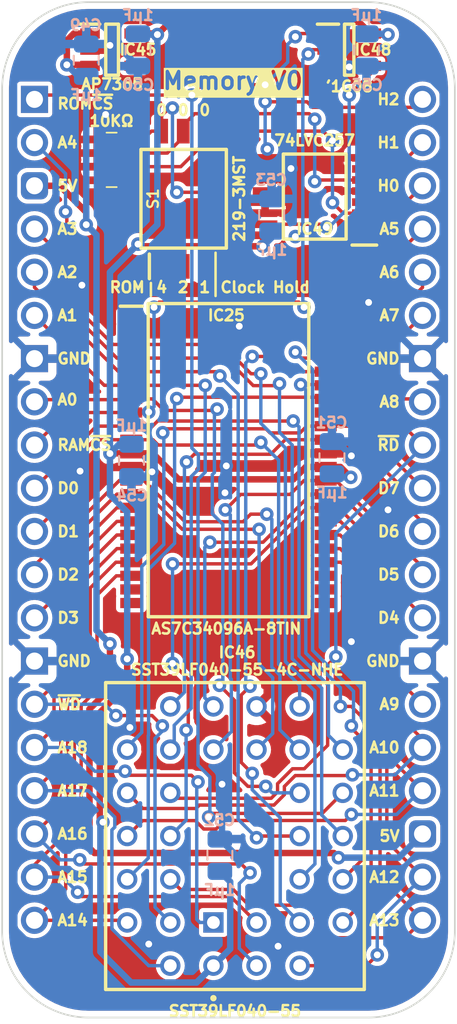
<source format=kicad_pcb>
(kicad_pcb (version 20221018) (generator pcbnew)
  (layers (0 "F.Cu" signal) (31 "B.Cu" signal) (34 "B.Paste" user) (36 "B.SilkS" user "B.Silkscreen") (37 "F.SilkS" user "F.Silkscreen") (38 "B.Mask" user) (39 "F.Mask" user) (44 "Edge.Cuts" user))
  (net 0 "")
  (net 3 "/Memory Board/A4")
  (net 4 "/Memory Board/A3")
  (net 5 "/Memory Board/A2")
  (net 6 "/Memory Board/A1")
  (net 7 "/Memory Board/A0")
  (net 8 "/Memory Board/~{WD}")
  (net 9 "/Memory Board/A18")
  (net 10 "/Memory Board/A17")
  (net 11 "/Memory Board/A16")
  (net 12 "/Memory Board/A15")
  (net 13 "/Memory Board/A14")
  (net 19 "/Memory Board/A13")
  (net 20 "/Memory Board/A12")
  (net 21 "/Memory Board/A11")
  (net 22 "/Memory Board/A10")
  (net 23 "/Memory Board/A9")
  (net 24 "/Memory Board/~{RD}")
  (net 25 "/Memory Board/A8")
  (net 26 "/Memory Board/A7")
  (net 27 "/Memory Board/A6")
  (net 28 "/Memory Board/A5")
  (net 32 "/Memory Board/5V")
  (net 33 "/Memory Board/~{RAM_{CS}}")
  (net 34 "/Memory Board/~{ROM_{CS}}")
  (net 35 "/Memory Board/GND")
  (net 36 "/Memory Board/D7")
  (net 37 "/Memory Board/D0")
  (net 38 "/Memory Board/D1")
  (net 39 "/Memory Board/D2")
  (net 40 "/Memory Board/D3")
  (net 41 "/Memory Board/D4")
  (net 42 "/Memory Board/D5")
  (net 43 "/Memory Board/D6")
  (net 44 "/Memory Board/3.3V")
  (net 46 "/Memory Board/~{RAM_{CS}}·~{ROM_{CS}}")
  (net 48 "/Memory Board/CH0_{OUT}")
  (net 49 "/Memory Board/CH1_{OUT}")
  (net 50 "/Memory Board/CH2_{OUT}")
  (net 53 "/Memory Board/SW_{0}")
  (net 54 "/Memory Board/SW_{1}")
  (net 55 "/Memory Board/SW_{2}")
  (footprint "SamacSys_Parts:5408803224008" (layer "F.Cu") (at 96.901 119.507)
    (fp_text reference "IC46")
    (fp_text value "SST39LF040-55-4C-NHE")
  )
  (footprint "SamacSys_Parts:SOT95P285X130-5N" (layer "F.Cu") (at 90.932 68.199)
    (fp_text reference "IC45")
    (fp_text value "AP7365-33WG-7" hide)
  )
  (footprint "SamacSys_Parts:SOT95P275X110-5N" (layer "F.Cu") (at 104.902 68.199)
    (fp_text reference "IC48")
    (fp_text value "74LVC1G08GV,125" hide)
  )
  (footprint "SamacSys_Parts:SOIC127P844X265-6N" (layer "F.Cu") (at 97.028 76.962 90)
    (fp_text reference "S1")
    (fp_text value "219-3MST" hide)
  )
  (footprint "SamacSys_Parts:SOP65P640X110-16N" (layer "F.Cu") (at 102.87 76.835 180)
    (fp_text reference "IC49")
    (fp_text value "74LVC257APW,118" hide)
  )
  (footprint "SamacSys_Parts:DIP-40_Board_W22.86mm" (layer "F.Cu") (at 86.36 71.12)
    (fp_text reference "J8" hide)
    (fp_text value "Conn_02x20_Counter_Clockwise")
    (fp_line (start -1.905 -0.635) (end -1.905 48.895) (stroke (width 0.1)) (layer "Edge.Cuts"))
    (fp_line (start 19.685 -5.715) (end 3.175 -5.715) (stroke (width 0.1)) (layer "Edge.Cuts"))
    (fp_line (start 19.685 53.975) (end 3.175 53.975) (stroke (width 0.1)) (layer "Edge.Cuts"))
    (fp_line (start 24.765 48.895) (end 24.765 -0.635) (stroke (width 0.1)) (layer "Edge.Cuts"))
    (fp_arc (start -1.905 -0.635) (mid -0.417102 -4.227102) (end 3.175 -5.715) (stroke (width 0.1)) (layer "Edge.Cuts"))
    (fp_arc (start 3.175 53.975) (mid -0.417102 52.487102) (end -1.905 48.895) (stroke (width 0.1)) (layer "Edge.Cuts"))
    (fp_arc (start 19.685 -5.715) (mid 23.277102 -4.227102) (end 24.765 -0.635) (stroke (width 0.1)) (layer "Edge.Cuts"))
    (fp_arc (start 24.765 48.895) (mid 23.277102 52.487102) (end 19.685 53.975) (stroke (width 0.1)) (layer "Edge.Cuts"))
  )
  (footprint "SamacSys_Parts:SOP80P1176X120-44N" (layer "F.Cu") (at 97.79 92.329)
    (fp_text reference "IC25")
    (fp_text value "AS7C34096A-8TIN")
  )
  (footprint "SamacSys_Parts:CAY16-J4" (layer "F.Cu") (at 90.932 74.676 180)
    (fp_text reference "RN3" hide)
    (fp_text value "CAY16-103J4LF" hide)
  )
  (footprint "SamacSys_Parts:C_0805" (layer "B.Cu") (at 89.408 68.834 180)
    (fp_text reference "C49")
    (fp_text value "1μF")
  )
  (footprint "SamacSys_Parts:C_0805" (layer "B.Cu") (at 92.075 92.329)
    (fp_text reference "C54")
    (fp_text value "1μF")
  )
  (footprint "SamacSys_Parts:C_0805" (layer "B.Cu") (at 97.282 115.57 180)
    (fp_text reference "C52")
    (fp_text value "1μF")
  )
  (footprint "SamacSys_Parts:C_0805" (layer "B.Cu") (at 103.886 92.202 180)
    (fp_text reference "C51")
    (fp_text value "1μF")
  )
  (footprint "SamacSys_Parts:C_0805" (layer "B.Cu") (at 105.918 68.199)
    (fp_text reference "C55")
    (fp_text value "1μF")
  )
  (footprint "SamacSys_Parts:C_0805" (layer "B.Cu") (at 100.33 77.933 180)
    (fp_text reference "C53")
    (fp_text value "1μF")
  )
  (footprint "SamacSys_Parts:C_0805" (layer "B.Cu") (at 92.456 68.199)
    (fp_text reference "C50")
    (fp_text value "1μF")
  )
  (gr_line (start 93.218 82.677) (end 93.218 81.915) (stroke (width 0.15)) (layer "F.SilkS"))
  (gr_line (start 97.028 82.677) (end 97.028 80.137) (stroke (width 0.15)) (layer "F.SilkS"))
  (gr_text "GND" (at 87.63 86.36) (layer "F.SilkS") (effects (font (size 0.635 0.635)) (justify left)))
  (gr_text "D2" (at 87.63 99.06) (layer "F.SilkS") (effects (font (size 0.635 0.635)) (justify left)))
  (gr_text "A11" (at 107.95 111.76) (layer "F.SilkS") (effects (font (size 0.635 0.635)) (justify right)))
  (gr_text "GND" (at 107.95 86.36) (layer "F.SilkS") (effects (font (size 0.635 0.635)) (justify right)))
  (gr_text "1" (at 96.393 82.169) (layer "F.SilkS") (effects (font (size 0.635 0.635))))
  (gr_text "A14" (at 87.63 119.38) (layer "F.SilkS") (effects (font (size 0.635 0.635)) (justify left)))
  (gr_text "Memory V0" (at 98.044 70.612) (layer "F.SilkS" knockout) (effects (font (size 1 1) (thickness 0.2) bold) (justify bottom)))
  (gr_text "D6" (at 107.95 96.52) (layer "F.SilkS") (effects (font (size 0.635 0.635)) (justify right)))
  (gr_text "A7" (at 107.95 83.82) (layer "F.SilkS") (effects (font (size 0.635 0.635)) (justify right)))
  (gr_text "D1" (at 87.63 96.52) (layer "F.SilkS") (effects (font (size 0.635 0.635)) (justify left)))
  (gr_text "A0" (at 87.63 88.773) (layer "F.SilkS") (effects (font (size 0.635 0.635)) (justify left)))
  (gr_text "A16" (at 87.63 114.3) (layer "F.SilkS") (effects (font (size 0.635 0.635)) (justify left)))
  (gr_text "0" (at 93.853 71.755) (layer "F.SilkS") (effects (font (size 0.635 0.635))))
  (gr_text "A5" (at 107.95 78.74) (layer "F.SilkS") (effects (font (size 0.635 0.635)) (justify right)))
  (gr_text "A13" (at 107.95 119.38) (layer "F.SilkS") (effects (font (size 0.635 0.635)) (justify right)))
  (gr_text "A4" (at 87.63 73.66) (layer "F.SilkS") (effects (font (size 0.635 0.635)) (justify left)))
  (gr_text "A3" (at 87.63 78.74) (layer "F.SilkS") (effects (font (size 0.635 0.635)) (justify left)))
  (gr_text "0" (at 96.393 71.755) (layer "F.SilkS") (effects (font (size 0.635 0.635))))
  (gr_text "A9" (at 107.95 106.68) (layer "F.SilkS") (effects (font (size 0.635 0.635)) (justify right)))
  (gr_text "H1" (at 107.95 73.66) (layer "F.SilkS") (effects (font (size 0.635 0.635)) (justify right)))
  (gr_text "D0" (at 87.63 93.98) (layer "F.SilkS") (effects (font (size 0.635 0.635)) (justify left)))
  (gr_text "A1" (at 87.63 83.82) (layer "F.SilkS") (effects (font (size 0.635 0.635)) (justify left)))
  (gr_text "H2" (at 107.95 71.12) (layer "F.SilkS") (effects (font (size 0.635 0.635)) (justify right)))
  (gr_text "4" (at 93.853 82.169) (layer "F.SilkS") (effects (font (size 0.635 0.635))))
  (gr_text "0" (at 95.123 71.755) (layer "F.SilkS") (effects (font (size 0.635 0.635))))
  (gr_text "A8" (at 107.95 88.9) (layer "F.SilkS") (effects (font (size 0.635 0.635)) (justify right)))
  (gr_text "A17" (at 87.63 111.76) (layer "F.SilkS") (effects (font (size 0.635 0.635)) (justify left)))
  (gr_text "ROM~{CS}" (at 87.63 71.374) (layer "F.SilkS") (effects (font (size 0.635 0.635)) (justify left)))
  (gr_text "~{RD}" (at 107.95 91.44) (layer "F.SilkS") (effects (font (size 0.635 0.635)) (justify right)))
  (gr_text "2" (at 95.123 82.169) (layer "F.SilkS") (effects (font (size 0.635 0.635))))
  (gr_text "RAM~{CS}" (at 87.63 91.44) (layer "F.SilkS") (effects (font (size 0.635 0.635)) (justify left)))
  (gr_text "~{WD}" (at 87.63 106.68) (layer "F.SilkS") (effects (font (size 0.635 0.635)) (justify left)))
  (gr_text "GND" (at 107.95 104.14) (layer "F.SilkS") (effects (font (size 0.635 0.635)) (justify right)))
  (gr_text "A10" (at 107.95 109.22) (layer "F.SilkS") (effects (font (size 0.635 0.635)) (justify right)))
  (gr_text "Clock Hold" (at 99.949 82.169) (layer "F.SilkS") (effects (font (size 0.635 0.635))))
  (gr_text "H0" (at 107.95 76.2) (layer "F.SilkS") (effects (font (size 0.635 0.635)) (justify right)))
  (gr_text "D3" (at 87.63 101.6) (layer "F.SilkS") (effects (font (size 0.635 0.635)) (justify left)))
  (gr_text "5V" (at 87.63 76.2) (layer "F.SilkS") (effects (font (size 0.635 0.635)) (justify left)))
  (gr_text "A6" (at 107.95 81.28) (layer "F.SilkS") (effects (font (size 0.635 0.635)) (justify right)))
  (gr_text "A15" (at 87.63 116.84) (layer "F.SilkS") (effects (font (size 0.635 0.635)) (justify left)))
  (gr_text "ROM" (at 91.821 82.169) (layer "F.SilkS") (effects (font (size 0.635 0.635))))
  (gr_text "D4" (at 107.95 101.6) (layer "F.SilkS") (effects (font (size 0.635 0.635)) (justify right)))
  (gr_text "D7" (at 107.95 93.98) (layer "F.SilkS") (effects (font (size 0.635 0.635)) (justify right)))
  (gr_text "GND" (at 87.63 104.14) (layer "F.SilkS") (effects (font (size 0.635 0.635)) (justify left)))
  (gr_text "D5" (at 107.95 99.06) (layer "F.SilkS") (effects (font (size 0.635 0.635)) (justify right)))
  (gr_text "A2" (at 87.63 81.28) (layer "F.SilkS") (effects (font (size 0.635 0.635)) (justify left)))
  (gr_text "5V" (at 107.95 114.427) (layer "F.SilkS") (effects (font (size 0.635 0.635)) (justify right)))
  (gr_text "A18" (at 87.63 109.22) (layer "F.SilkS") (effects (font (size 0.635 0.635)) (justify left)))
  (gr_text "A12" (at 107.95 116.84) (layer "F.SilkS") (effects (font (size 0.635 0.635)) (justify right)))
  (segment (start 90.99 85.529) (end 88.265001 82.804001) (width 0.2) (layer "F.Cu") (net 3))
  (segment (start 88.265001 82.804001) (end 88.265001 77.8001) (width 0.2) (layer "F.Cu") (net 3))
  (segment (start 92.062 85.529) (end 90.99 85.529) (width 0.2) (layer "F.Cu") (net 3))
  (segment (start 88.265001 77.8001) (end 88.188901 77.724) (width 0.2) (layer "F.Cu") (net 3))
  (segment (start 99.117686 87.249) (end 99.695 87.249) (width 0.2) (layer "F.Cu") (net 3))
  (segment (start 92.062 85.529) (end 97.397686 85.529) (width 0.2) (layer "F.Cu") (net 3))
  (segment (start 97.397686 85.529) (end 99.117686 87.249) (width 0.2) (layer "F.Cu") (net 3))
  (via (at 99.695 87.249) (size 0.8) (drill 0.4) (layers "F.Cu" "B.Cu") (net 3))
  (via (at 88.188901 77.724) (size 0.8) (drill 0.4) (layers "F.Cu" "B.Cu") (net 3))
  (segment (start 101.143 91.607986) (end 99.695 90.159985) (width 0.2) (layer "B.Cu") (net 3))
  (segment (start 102.880999 116.067001) (end 102.880999 105.905741) (width 0.2) (layer "B.Cu") (net 3))
  (segment (start 88.188901 75.488901) (end 88.188901 77.724) (width 0.2) (layer "B.Cu") (net 3))
  (segment (start 101.143 104.16774) (end 101.143 91.607986) (width 0.2) (layer "B.Cu") (net 3))
  (segment (start 102.880999 105.905741) (end 101.143 104.16774) (width 0.2) (layer "B.Cu") (net 3))
  (segment (start 101.981 116.967) (end 102.880999 116.067001) (width 0.2) (layer "B.Cu") (net 3))
  (segment (start 86.36 73.66) (end 88.188901 75.488901) (width 0.2) (layer "B.Cu") (net 3))
  (segment (start 99.695 90.159985) (end 99.695 87.249) (width 0.2) (layer "B.Cu") (net 3))
  (segment (start 87.865001 80.245001) (end 87.865001 82.979501) (width 0.2) (layer "F.Cu") (net 4))
  (segment (start 100.673575 87.949) (end 100.795338 87.827237) (width 0.2) (layer "F.Cu") (net 4))
  (segment (start 92.062 86.329) (end 97.632 86.329) (width 0.2) (layer "F.Cu") (net 4))
  (segment (start 91.2145 86.329) (end 92.062 86.329) (width 0.2) (layer "F.Cu") (net 4))
  (segment (start 86.36 78.74) (end 87.865001 80.245001) (width 0.2) (layer "F.Cu") (net 4))
  (segment (start 87.865001 82.979501) (end 91.2145 86.329) (width 0.2) (layer "F.Cu") (net 4))
  (segment (start 97.632 86.329) (end 99.252 87.949) (width 0.2) (layer "F.Cu") (net 4))
  (segment (start 99.252 87.949) (end 100.673575 87.949) (width 0.2) (layer "F.Cu") (net 4))
  (via (at 100.795338 87.827237) (size 0.8) (drill 0.4) (layers "F.Cu" "B.Cu") (net 4))
  (segment (start 103.280999 113.186999) (end 103.280999 105.740055) (width 0.2) (layer "B.Cu") (net 4))
  (segment (start 101.543 91.4423) (end 100.795338 90.694638) (width 0.2) (layer "B.Cu") (net 4))
  (segment (start 104.521 114.427) (end 103.280999 113.186999) (width 0.2) (layer "B.Cu") (net 4))
  (segment (start 100.795338 90.694638) (end 100.795338 87.827237) (width 0.2) (layer "B.Cu") (net 4))
  (segment (start 103.280999 105.740055) (end 101.543 104.002055) (width 0.2) (layer "B.Cu") (net 4))
  (segment (start 101.543 104.002055) (end 101.543 91.4423) (width 0.2) (layer "B.Cu") (net 4))
  (segment (start 99.540128 114.427) (end 99.441 114.526128) (width 0.2) (layer "F.Cu") (net 5))
  (segment (start 86.36 82.1745) (end 91.3145 87.129) (width 0.2) (layer "F.Cu") (net 5))
  (segment (start 97.035 87.129) (end 97.282 87.376) (width 0.2) (layer "F.Cu") (net 5))
  (segment (start 92.062 87.129) (end 97.035 87.129) (width 0.2) (layer "F.Cu") (net 5))
  (segment (start 91.3145 87.129) (end 92.062 87.129) (width 0.2) (layer "F.Cu") (net 5))
  (segment (start 86.36 81.28) (end 86.36 82.1745) (width 0.2) (layer "F.Cu") (net 5))
  (segment (start 101.981 114.427) (end 99.540128 114.427) (width 0.2) (layer "F.Cu") (net 5))
  (via (at 97.282 87.376) (size 0.8) (drill 0.4) (layers "F.Cu" "B.Cu") (net 5))
  (via (at 99.441 114.526128) (size 0.8) (drill 0.4) (layers "F.Cu" "B.Cu") (net 5))
  (segment (start 98.361 88.455) (end 98.361 92.95695) (width 0.2) (layer "B.Cu") (net 5))
  (segment (start 98.361 92.95695) (end 98.356884 92.961066) (width 0.2) (layer "B.Cu") (net 5))
  (segment (start 98.356884 113.442012) (end 99.441 114.526128) (width 0.2) (layer "B.Cu") (net 5))
  (segment (start 98.356884 92.961066) (end 98.356884 113.442012) (width 0.2) (layer "B.Cu") (net 5))
  (segment (start 97.282 87.376) (end 98.361 88.455) (width 0.2) (layer "B.Cu") (net 5))
  (segment (start 86.36 83.82) (end 90.469 87.929) (width 0.2) (layer "F.Cu") (net 6))
  (segment (start 96.416349 87.929) (end 96.416598 87.929249) (width 0.2) (layer "F.Cu") (net 6))
  (segment (start 92.062 87.929) (end 96.416349 87.929) (width 0.2) (layer "F.Cu") (net 6))
  (segment (start 103.313 113.095) (end 96.836642 113.095) (width 0.2) (layer "F.Cu") (net 6))
  (segment (start 96.836642 113.095) (end 96.619 113.312642) (width 0.2) (layer "F.Cu") (net 6))
  (segment (start 104.521 111.887) (end 103.313 113.095) (width 0.2) (layer "F.Cu") (net 6))
  (segment (start 90.469 87.929) (end 92.062 87.929) (width 0.2) (layer "F.Cu") (net 6))
  (via (at 96.416598 87.929249) (size 0.8) (drill 0.4) (layers "F.Cu" "B.Cu") (net 6))
  (via (at 96.619 113.312642) (size 0.8) (drill 0.4) (layers "F.Cu" "B.Cu") (net 6))
  (segment (start 95.993 93.458758) (end 96.416598 93.03516) (width 0.2) (layer "B.Cu") (net 6))
  (segment (start 96.693 113.238642) (end 96.693 110.953081) (width 0.2) (layer "B.Cu") (net 6))
  (segment (start 96.693 110.953081) (end 95.993 110.253081) (width 0.2) (layer "B.Cu") (net 6))
  (segment (start 95.993 110.253081) (end 95.993 93.458758) (width 0.2) (layer "B.Cu") (net 6))
  (segment (start 96.619 113.312642) (end 96.693 113.238642) (width 0.2) (layer "B.Cu") (net 6))
  (segment (start 96.416598 93.03516) (end 96.416598 87.929249) (width 0.2) (layer "B.Cu") (net 6))
  (segment (start 93.986951 89.408) (end 97.037863 89.408) (width 0.2) (layer "F.Cu") (net 7))
  (segment (start 86.487 88.773) (end 92.018 88.773) (width 0.2) (layer "F.Cu") (net 7))
  (segment (start 97.037863 89.408) (end 97.116614 89.329249) (width 0.2) (layer "F.Cu") (net 7))
  (segment (start 92.062 88.729) (end 93.307951 88.729) (width 0.2) (layer "F.Cu") (net 7))
  (segment (start 93.307951 88.729) (end 93.986951 89.408) (width 0.2) (layer "F.Cu") (net 7))
  (segment (start 97.256884 105.565) (end 98.141 106.449116) (width 0.2) (layer "F.Cu") (net 7))
  (segment (start 98.141 106.449116) (end 98.141 110.714) (width 0.2) (layer "F.Cu") (net 7))
  (segment (start 98.141 110.714) (end 98.933 111.506) (width 0.2) (layer "F.Cu") (net 7))
  (segment (start 98.933 111.506) (end 99.981 111.506) (width 0.2) (layer "F.Cu") (net 7))
  (via (at 97.116614 89.329249) (size 0.8) (drill 0.4) (layers "F.Cu" "B.Cu") (net 7))
  (via (at 97.256884 105.565) (size 0.8) (drill 0.4) (layers "F.Cu" "B.Cu") (net 7))
  (via (at 99.981 111.506) (size 0.8) (drill 0.4) (layers "F.Cu" "B.Cu") (net 7))
  (segment (start 96.834 95.47595) (end 96.834 93.183443) (width 0.2) (layer "B.Cu") (net 7))
  (segment (start 96.961 89.484863) (end 97.116614 89.329249) (width 0.2) (layer "B.Cu") (net 7))
  (segment (start 100.362 111.887) (end 99.981 111.506) (width 0.2) (layer "B.Cu") (net 7))
  (segment (start 96.834 93.183443) (end 96.961 93.056443) (width 0.2) (layer "B.Cu") (net 7))
  (segment (start 97.456256 96.098206) (end 96.834 95.47595) (width 0.2) (layer "B.Cu") (net 7))
  (segment (start 97.256884 105.565) (end 97.456256 105.365628) (width 0.2) (layer "B.Cu") (net 7))
  (segment (start 97.456256 105.365628) (end 97.456256 96.098206) (width 0.2) (layer "B.Cu") (net 7))
  (segment (start 101.981 111.887) (end 100.362 111.887) (width 0.2) (layer "B.Cu") (net 7))
  (segment (start 96.961 93.056443) (end 96.961 89.484863) (width 0.2) (layer "B.Cu") (net 7))
  (segment (start 92.062 95.129) (end 91.2145 95.129) (width 0.2) (layer "F.Cu") (net 8))
  (segment (start 88.011 98.3325) (end 88.011 105.029) (width 0.2) (layer "F.Cu") (net 8))
  (segment (start 88.011 105.029) (end 86.36 106.68) (width 0.2) (layer "F.Cu") (net 8))
  (segment (start 93.287092 107.344092) (end 91.154772 107.344092) (width 0.2) (layer "F.Cu") (net 8))
  (segment (start 93.893 107.95) (end 93.287092 107.344092) (width 0.2) (layer "F.Cu") (net 8))
  (segment (start 91.2145 95.129) (end 88.011 98.3325) (width 0.2) (layer "F.Cu") (net 8))
  (via (at 93.893 107.95) (size 0.8) (drill 0.4) (layers "F.Cu" "B.Cu") (net 8))
  (via (at 91.154772 107.344092) (size 0.8) (drill 0.4) (layers "F.Cu" "B.Cu") (net 8))
  (segment (start 90.49068 106.68) (end 91.154772 107.344092) (width 0.2) (layer "B.Cu") (net 8))
  (segment (start 93.893 108.253269) (end 93.893 107.95) (width 0.2) (layer "B.Cu") (net 8))
  (segment (start 93.461 108.685269) (end 93.893 108.253269) (width 0.2) (layer "B.Cu") (net 8))
  (segment (start 94.361 119.507) (end 93.461 118.607) (width 0.2) (layer "B.Cu") (net 8))
  (segment (start 86.36 106.68) (end 90.49068 106.68) (width 0.2) (layer "B.Cu") (net 8))
  (segment (start 93.461 118.607) (end 93.461 108.685269) (width 0.2) (layer "B.Cu") (net 8))
  (segment (start 88.411 105.194685) (end 88.411 103.989368) (width 0.2) (layer "F.Cu") (net 9))
  (segment (start 91.93 110.853) (end 95.602969 110.853) (width 0.2) (layer "F.Cu") (net 9))
  (segment (start 88.443001 98.700499) (end 91.2145 95.929) (width 0.2) (layer "F.Cu") (net 9))
  (segment (start 91.2145 95.929) (end 92.062 95.929) (width 0.2) (layer "F.Cu") (net 9))
  (segment (start 88.411 103.989368) (end 88.443001 103.957367) (width 0.2) (layer "F.Cu") (net 9))
  (segment (start 95.602969 110.853) (end 95.993 111.243031) (width 0.2) (layer "F.Cu") (net 9))
  (segment (start 86.36 109.22) (end 87.51 108.07) (width 0.2) (layer "F.Cu") (net 9))
  (segment (start 87.51 106.095686) (end 88.411 105.194685) (width 0.2) (layer "F.Cu") (net 9))
  (segment (start 87.51 108.07) (end 87.51 106.095686) (width 0.2) (layer "F.Cu") (net 9))
  (segment (start 91.694 110.617) (end 91.93 110.853) (width 0.2) (layer "F.Cu") (net 9))
  (segment (start 88.443001 103.957367) (end 88.443001 98.700499) (width 0.2) (layer "F.Cu") (net 9))
  (via (at 95.993 111.243031) (size 0.8) (drill 0.4) (layers "F.Cu" "B.Cu") (net 9))
  (via (at 91.694 110.617) (size 0.8) (drill 0.4) (layers "F.Cu" "B.Cu") (net 9))
  (segment (start 86.36 109.22) (end 88.519 109.22) (width 0.2) (layer "B.Cu") (net 9))
  (segment (start 95.919 119.325) (end 95.919 111.317031) (width 0.2) (layer "B.Cu") (net 9))
  (segment (start 89.916 110.617) (end 91.694 110.617) (width 0.2) (layer "B.Cu") (net 9))
  (segment (start 96.901 119.507) (end 96.101 119.507) (width 0.2) (layer "B.Cu") (net 9))
  (segment (start 96.101 119.507) (end 95.919 119.325) (width 0.2) (layer "B.Cu") (net 9))
  (segment (start 88.519 109.22) (end 89.916 110.617) (width 0.2) (layer "B.Cu") (net 9))
  (segment (start 95.919 111.317031) (end 95.993 111.243031) (width 0.2) (layer "B.Cu") (net 9))
  (segment (start 87.91 106.261372) (end 88.811 105.36037) (width 0.2) (layer "F.Cu") (net 10))
  (segment (start 86.36 111.76) (end 87.91 110.21) (width 0.2) (layer "F.Cu") (net 10))
  (segment (start 87.91 110.21) (end 87.91 106.261372) (width 0.2) (layer "F.Cu") (net 10))
  (segment (start 88.843001 104.123052) (end 88.843001 99.100499) (width 0.2) (layer "F.Cu") (net 10))
  (segment (start 88.811 105.36037) (end 88.811 104.155053) (width 0.2) (layer "F.Cu") (net 10))
  (segment (start 91.2145 96.729) (end 92.062 96.729) (width 0.2) (layer "F.Cu") (net 10))
  (segment (start 88.811 104.155053) (end 88.843001 104.123052) (width 0.2) (layer "F.Cu") (net 10))
  (segment (start 88.843001 99.100499) (end 91.2145 96.729) (width 0.2) (layer "F.Cu") (net 10))
  (segment (start 86.36 111.76) (end 89.530253 111.76) (width 0.2) (layer "B.Cu") (net 10))
  (segment (start 91.09 113.319747) (end 91.09 113.899647) (width 0.2) (layer "B.Cu") (net 10))
  (segment (start 90.921 114.068647) (end 90.921 119.879793) (width 0.2) (layer "B.Cu") (net 10))
  (segment (start 91.09 113.899647) (end 90.921 114.068647) (width 0.2) (layer "B.Cu") (net 10))
  (segment (start 93.088207 122.047) (end 94.361 122.047) (width 0.2) (layer "B.Cu") (net 10))
  (segment (start 89.530253 111.76) (end 91.09 113.319747) (width 0.2) (layer "B.Cu") (net 10))
  (segment (start 90.921 119.879793) (end 93.088207 122.047) (width 0.2) (layer "B.Cu") (net 10))
  (segment (start 98.541 116.067) (end 99.06 116.586) (width 0.2) (layer "F.Cu") (net 11))
  (segment (start 89.243001 99.500499) (end 91.2145 97.529) (width 0.2) (layer "F.Cu") (net 11))
  (segment (start 89.211 104.32074) (end 89.243001 104.288737) (width 0.2) (layer "F.Cu") (net 11))
  (segment (start 88.31 106.427057) (end 89.211 105.526055) (width 0.2) (layer "F.Cu") (net 11))
  (segment (start 91.2145 97.529) (end 92.062 97.529) (width 0.2) (layer "F.Cu") (net 11))
  (segment (start 89.243001 104.288737) (end 89.243001 99.500499) (width 0.2) (layer "F.Cu") (net 11))
  (segment (start 89.211 105.526055) (end 89.211 104.32074) (width 0.2) (layer "F.Cu") (net 11))
  (segment (start 88.31 112.35) (end 88.31 106.427057) (width 0.2) (layer "F.Cu") (net 11))
  (segment (start 86.36 114.3) (end 88.31 112.35) (width 0.2) (layer "F.Cu") (net 11))
  (segment (start 89.027 115.824) (end 89.27 116.067) (width 0.2) (layer "F.Cu") (net 11))
  (segment (start 89.27 116.067) (end 98.541 116.067) (width 0.2) (layer "F.Cu") (net 11))
  (via (at 99.06 116.586) (size 0.8) (drill 0.4) (layers "F.Cu" "B.Cu") (net 11))
  (via (at 89.027 115.824) (size 0.8) (drill 0.4) (layers "F.Cu" "B.Cu") (net 11))
  (segment (start 87.884 115.824) (end 89.027 115.824) (width 0.2) (layer "B.Cu") (net 11))
  (segment (start 98.425 121.031) (end 98.425 117.221) (width 0.2) (layer "B.Cu") (net 11))
  (segment (start 86.36 114.3) (end 87.884 115.824) (width 0.2) (layer "B.Cu") (net 11))
  (segment (start 99.441 122.047) (end 98.425 121.031) (width 0.2) (layer "B.Cu") (net 11))
  (segment (start 98.425 117.221) (end 99.06 116.586) (width 0.2) (layer "B.Cu") (net 11))
  (segment (start 86.36 116.119417) (end 88.71 113.769417) (width 0.2) (layer "F.Cu") (net 12))
  (segment (start 89.154 117.983) (end 88.9 117.729) (width 0.2) (layer "F.Cu") (net 12))
  (segment (start 88.71 106.592742) (end 89.611 105.69174) (width 0.2) (layer "F.Cu") (net 12))
  (segment (start 91.155 98.329) (end 92.062 98.329) (width 0.2) (layer "F.Cu") (net 12))
  (segment (start 89.611 105.69174) (end 89.611 104.486426) (width 0.2) (layer "F.Cu") (net 12))
  (segment (start 97.917 117.983) (end 89.154 117.983) (width 0.2) (layer "F.Cu") (net 12))
  (segment (start 89.643001 99.840999) (end 91.155 98.329) (width 0.2) (layer "F.Cu") (net 12))
  (segment (start 89.643001 104.454425) (end 89.643001 99.840999) (width 0.2) (layer "F.Cu") (net 12))
  (segment (start 89.611 104.486426) (end 89.643001 104.454425) (width 0.2) (layer "F.Cu") (net 12))
  (segment (start 99.441 119.507) (end 97.917 117.983) (width 0.2) (layer "F.Cu") (net 12))
  (segment (start 88.71 113.769417) (end 88.71 106.592742) (width 0.2) (layer "F.Cu") (net 12))
  (via (at 88.9 117.729) (size 0.8) (drill 0.4) (layers "F.Cu" "B.Cu") (net 12))
  (segment (start 88.011 116.84) (end 88.9 117.729) (width 0.2) (layer "B.Cu") (net 12))
  (segment (start 86.36 116.84) (end 88.011 116.84) (width 0.2) (layer "B.Cu") (net 12))
  (segment (start 91.1805 99.129) (end 92.062 99.129) (width 0.2) (layer "F.Cu") (net 13))
  (segment (start 88.2 114.845101) (end 89.11 113.935102) (width 0.2) (layer "F.Cu") (net 13))
  (segment (start 90.043001 104.620111) (end 90.043001 100.266499) (width 0.2) (layer "F.Cu") (net 13))
  (segment (start 90.011 105.857425) (end 90.011 104.652112) (width 0.2) (layer "F.Cu") (net 13))
  (segment (start 88.2 117.54) (end 88.2 114.845101) (width 0.2) (layer "F.Cu") (net 13))
  (segment (start 86.36 119.38) (end 88.2 117.54) (width 0.2) (layer "F.Cu") (net 13))
  (segment (start 90.011 104.652112) (end 90.043001 104.620111) (width 0.2) (layer "F.Cu") (net 13))
  (segment (start 89.11 106.758427) (end 90.011 105.857425) (width 0.2) (layer "F.Cu") (net 13))
  (segment (start 90.043001 100.266499) (end 91.1805 99.129) (width 0.2) (layer "F.Cu") (net 13))
  (segment (start 89.11 113.935102) (end 89.11 106.758427) (width 0.2) (layer "F.Cu") (net 13))
  (segment (start 86.36 119.38) (end 91.694 119.38) (width 0.2) (layer "F.Cu") (net 13))
  (segment (start 102.489 118.491) (end 102.87 118.872) (width 0.2) (layer "F.Cu") (net 19))
  (segment (start 102.87 118.872) (end 102.87 119.253) (width 0.2) (layer "F.Cu") (net 19))
  (segment (start 104.425 98.329) (end 106.070001 99.974001) (width 0.2) (layer "F.Cu") (net 19))
  (segment (start 98.990686 118.491) (end 102.489 118.491) (width 0.2) (layer "F.Cu") (net 19))
  (segment (start 106.070001 99.974001) (end 106.070001 107.282315) (width 0.2) (layer "F.Cu") (net 19))
  (segment (start 94.961 117.567) (end 98.066686 117.567) (width 0.2) (layer "F.Cu") (net 19))
  (segment (start 106.718 107.930314) (end 106.718 116.878) (width 0.2) (layer "F.Cu") (net 19))
  (segment (start 102.87 119.253) (end 104.024 120.407) (width 0.2) (layer "F.Cu") (net 19))
  (segment (start 104.024 120.407) (end 108.193 120.407) (width 0.2) (layer "F.Cu") (net 19))
  (segment (start 106.070001 107.282315) (end 106.718 107.930314) (width 0.2) (layer "F.Cu") (net 19))
  (segment (start 106.718 116.878) (end 109.22 119.38) (width 0.2) (layer "F.Cu") (net 19))
  (segment (start 94.361 116.967) (end 94.961 117.567) (width 0.2) (layer "F.Cu") (net 19))
  (segment (start 108.193 120.407) (end 109.22 119.38) (width 0.2) (layer "F.Cu") (net 19))
  (segment (start 98.066686 117.567) (end 98.990686 118.491) (width 0.2) (layer "F.Cu") (net 19))
  (segment (start 103.518 98.329) (end 104.425 98.329) (width 0.2) (layer "F.Cu") (net 19))
  (segment (start 106.470001 107.11663) (end 107.118 107.764629) (width 0.2) (layer "F.Cu") (net 20))
  (segment (start 101.981 122.047) (end 105.918 122.047) (width 0.2) (layer "F.Cu") (net 20))
  (segment (start 107.118 107.764629) (end 107.118 114.738) (width 0.2) (layer "F.Cu") (net 20))
  (segment (start 104.3655 97.529) (end 106.470001 99.633501) (width 0.2) (layer "F.Cu") (net 20))
  (segment (start 105.918 122.047) (end 106.553 121.412) (width 0.2) (layer "F.Cu") (net 20))
  (segment (start 107.118 114.738) (end 109.22 116.84) (width 0.2) (layer "F.Cu") (net 20))
  (segment (start 106.470001 99.633501) (end 106.470001 107.11663) (width 0.2) (layer "F.Cu") (net 20))
  (segment (start 103.518 97.529) (end 104.3655 97.529) (width 0.2) (layer "F.Cu") (net 20))
  (via (at 106.553 121.412) (size 0.8) (drill 0.4) (layers "F.Cu" "B.Cu") (net 20))
  (segment (start 109.22 116.84) (end 106.553 119.507) (width 0.2) (layer "B.Cu") (net 20))
  (segment (start 106.553 119.507) (end 106.553 121.412) (width 0.2) (layer "B.Cu") (net 20))
  (segment (start 106.870001 99.233501) (end 106.870001 106.950945) (width 0.2) (layer "F.Cu") (net 21))
  (segment (start 107.518 107.598944) (end 107.518 110.058) (width 0.2) (layer "F.Cu") (net 21))
  (segment (start 104.674441 113.511559) (end 105.029 113.157) (width 0.2) (layer "F.Cu") (net 21))
  (segment (start 91.821 114.427) (end 92.728378 113.519622) (width 0.2) (layer "F.Cu") (net 21))
  (segment (start 107.518 110.058) (end 109.22 111.76) (width 0.2) (layer "F.Cu") (net 21))
  (segment (start 103.518 96.729) (end 104.3655 96.729) (width 0.2) (layer "F.Cu") (net 21))
  (segment (start 92.728378 113.519622) (end 95.83603 113.519622) (width 0.2) (layer "F.Cu") (net 21))
  (segment (start 106.870001 106.950945) (end 107.518 107.598944) (width 0.2) (layer "F.Cu") (net 21))
  (segment (start 96.32905 114.012642) (end 97.060081 114.012642) (width 0.2) (layer "F.Cu") (net 21))
  (segment (start 104.3655 96.729) (end 106.870001 99.233501) (width 0.2) (layer "F.Cu") (net 21))
  (segment (start 95.83603 113.519622) (end 96.32905 114.012642) (width 0.2) (layer "F.Cu") (net 21))
  (segment (start 97.561164 113.511559) (end 104.674441 113.511559) (width 0.2) (layer "F.Cu") (net 21))
  (segment (start 97.060081 114.012642) (end 97.561164 113.511559) (width 0.2) (layer "F.Cu") (net 21))
  (via (at 105.029 113.157) (size 0.8) (drill 0.4) (layers "F.Cu" "B.Cu") (net 21))
  (segment (start 109.093 111.76) (end 107.696 113.157) (width 0.2) (layer "B.Cu") (net 21))
  (segment (start 107.696 113.157) (end 105.029 113.157) (width 0.2) (layer "B.Cu") (net 21))
  (segment (start 107.27 98.818686) (end 107.27 106.785259) (width 0.2) (layer "F.Cu") (net 22))
  (segment (start 95.874059 112.806059) (end 96.074118 112.606) (width 0.2) (layer "F.Cu") (net 22))
  (segment (start 101.724207 110.871) (end 105.044799 110.871) (width 0.2) (layer "F.Cu") (net 22))
  (segment (start 103.518 95.929) (end 104.380314 95.929) (width 0.2) (layer "F.Cu") (net 22))
  (segment (start 92.740059 112.806059) (end 95.874059 112.806059) (width 0.2) (layer "F.Cu") (net 22))
  (segment (start 91.821 111.887) (end 92.740059 112.806059) (width 0.2) (layer "F.Cu") (net 22))
  (segment (start 101.081 111.514207) (end 101.724207 110.871) (width 0.2) (layer "F.Cu") (net 22))
  (segment (start 100.469636 112.606) (end 101.081 111.994635) (width 0.2) (layer "F.Cu") (net 22))
  (segment (start 96.074118 112.606) (end 100.469636 112.606) (width 0.2) (layer "F.Cu") (net 22))
  (segment (start 107.27 106.785259) (end 109.22 108.735259) (width 0.2) (layer "F.Cu") (net 22))
  (segment (start 101.081 111.994635) (end 101.081 111.514207) (width 0.2) (layer "F.Cu") (net 22))
  (segment (start 104.380314 95.929) (end 107.27 98.818686) (width 0.2) (layer "F.Cu") (net 22))
  (segment (start 105.044799 110.871) (end 105.091 110.824799) (width 0.2) (layer "F.Cu") (net 22))
  (via (at 105.091 110.824799) (size 0.8) (drill 0.4) (layers "F.Cu" "B.Cu") (net 22))
  (segment (start 107.615201 110.824799) (end 105.091 110.824799) (width 0.2) (layer "B.Cu") (net 22))
  (segment (start 109.22 109.22) (end 107.615201 110.824799) (width 0.2) (layer "B.Cu") (net 22))
  (segment (start 107.696 98.552) (end 107.67 98.578001) (width 0.2) (layer "F.Cu") (net 23))
  (segment (start 95.419988 105.204472) (end 95.419988 108.075305) (width 0.2) (layer "F.Cu") (net 23))
  (segment (start 102.416054 95.129) (end 99.120054 98.425) (width 0.2) (layer "F.Cu") (net 23))
  (segment (start 104.273 95.129) (end 107.696 98.552) (width 0.2) (layer "F.Cu") (net 23))
  (segment (start 103.518 95.129) (end 102.416054 95.129) (width 0.2) (layer "F.Cu") (net 23))
  (segment (start 107.67 98.578001) (end 107.67 105.13) (width 0.2) (layer "F.Cu") (net 23))
  (segment (start 95.419988 108.075305) (end 95.293 108.202293) (width 0.2) (layer "F.Cu") (net 23))
  (segment (start 103.518 95.129) (end 104.273 95.129) (width 0.2) (layer "F.Cu") (net 23))
  (segment (start 107.67 105.13) (end 109.22 106.68) (width 0.2) (layer "F.Cu") (net 23))
  (segment (start 99.120054 98.425) (end 94.492999 98.425) (width 0.2) (layer "F.Cu") (net 23))
  (segment (start 94.492999 104.277483) (end 95.419988 105.204472) (width 0.2) (layer "F.Cu") (net 23))
  (via (at 95.293 108.202293) (size 0.8) (drill 0.4) (layers "F.Cu" "B.Cu") (net 23))
  (via (at 94.492999 104.277483) (size 0.8) (drill 0.4) (layers "F.Cu" "B.Cu") (net 23))
  (via (at 94.492999 98.425) (size 0.8) (drill 0.4) (layers "F.Cu" "B.Cu") (net 23))
  (segment (start 95.293 113.495) (end 95.293 108.202293) (width 0.2) (layer "B.Cu") (net 23))
  (segment (start 94.361 114.427) (end 95.293 113.495) (width 0.2) (layer "B.Cu") (net 23))
  (segment (start 94.492999 104.277483) (end 94.492999 98.425) (width 0.2) (layer "B.Cu") (net 23))
  (segment (start 101.558522 110.471) (end 102.254 110.471) (width 0.2) (layer "F.Cu") (net 24))
  (segment (start 102.254 110.471) (end 103.632 109.093) (width 0.2) (layer "F.Cu") (net 24))
  (segment (start 107.309 89.529) (end 109.22 91.44) (width 0.2) (layer "F.Cu") (net 24))
  (segment (start 103.518 89.529) (end 107.309 89.529) (width 0.2) (layer "F.Cu") (net 24))
  (segment (start 100.681 111.82895) (end 100.681 111.348521) (width 0.2) (layer "F.Cu") (net 24))
  (segment (start 100.681 111.348521) (end 101.558522 110.471) (width 0.2) (layer "F.Cu") (net 24))
  (segment (start 103.632 104.368229) (end 104.11409 103.886139) (width 0.2) (layer "F.Cu") (net 24))
  (segment (start 94.68 112.206) (end 100.30395 112.206) (width 0.2) (layer "F.Cu") (net 24))
  (segment (start 100.30395 112.206) (end 100.681 111.82895) (width 0.2) (layer "F.Cu") (net 24))
  (segment (start 103.632 109.093) (end 103.632 104.368229) (width 0.2) (layer "F.Cu") (net 24))
  (via (at 104.11409 103.886139) (size 0.8) (drill 0.4) (layers "F.Cu" "B.Cu") (net 24))
  (segment (start 109.22 91.54095) (end 104.11409 96.64686) (width 0.2) (layer "B.Cu") (net 24))
  (segment (start 104.11409 96.64686) (end 104.11409 103.886139) (width 0.2) (layer "B.Cu") (net 24))
  (segment (start 103.418249 88.629249) (end 94.820751 88.629249) (width 0.2) (layer "F.Cu") (net 25))
  (segment (start 94.820751 88.629249) (end 94.742 88.708) (width 0.2) (layer "F.Cu") (net 25))
  (segment (start 103.518 88.729) (end 109.049 88.729) (width 0.2) (layer "F.Cu") (net 25))
  (via (at 94.742 88.708) (size 0.8) (drill 0.4) (layers "F.Cu" "B.Cu") (net 25))
  (segment (start 94.615 97.212686) (end 94.615 88.835) (width 0.2) (layer "B.Cu") (net 25))
  (segment (start 93.080857 98.746829) (end 94.615 97.212686) (width 0.2) (layer "B.Cu") (net 25))
  (segment (start 93.080857 108.499727) (end 93.080857 98.746829) (width 0.2) (layer "B.Cu") (net 25))
  (segment (start 93.061 115.727) (end 93.061 108.519585) (width 0.2) (layer "B.Cu") (net 25))
  (segment (start 91.821 116.967) (end 93.061 115.727) (width 0.2) (layer "B.Cu") (net 25))
  (segment (start 93.061 108.519585) (end 93.080857 108.499727) (width 0.2) (layer "B.Cu") (net 25))
  (segment (start 94.615 88.835) (end 94.742 88.708) (width 0.2) (layer "B.Cu") (net 25))
  (segment (start 106.191 117.837) (end 106.191 107.969) (width 0.2) (layer "F.Cu") (net 26))
  (segment (start 103.473 87.884) (end 102.043 87.884) (width 0.2) (layer "F.Cu") (net 26))
  (segment (start 103.518 87.929) (end 105.111 87.929) (width 0.2) (layer "F.Cu") (net 26))
  (segment (start 105.029 106.807) (end 104.381013 106.807) (width 0.2) (layer "F.Cu") (net 26))
  (segment (start 104.521 119.507) (end 106.191 117.837) (width 0.2) (layer "F.Cu") (net 26))
  (segment (start 106.191 107.969) (end 105.029 106.807) (width 0.2) (layer "F.Cu") (net 26))
  (segment (start 105.111 87.929) (end 109.22 83.82) (width 0.2) (layer "F.Cu") (net 26))
  (via (at 102.043 87.884) (size 0.8) (drill 0.4) (layers "F.Cu" "B.Cu") (net 26))
  (via (at 104.381013 106.807) (size 0.8) (drill 0.4) (layers "F.Cu" "B.Cu") (net 26))
  (segment (start 104.381013 105.708699) (end 102.343 103.670685) (width 0.2) (layer "B.Cu") (net 26))
  (segment (start 102.343 103.670685) (end 102.343 88.184) (width 0.2) (layer "B.Cu") (net 26))
  (segment (start 104.381013 106.807) (end 104.381013 105.708699) (width 0.2) (layer "B.Cu") (net 26))
  (segment (start 102.343 88.184) (end 102.043 87.884) (width 0.2) (layer "B.Cu") (net 26))
  (segment (start 109.22 82.1745) (end 104.2655 87.129) (width 0.2) (layer "F.Cu") (net 27))
  (segment (start 101.48 87.129) (end 100.584 86.233) (width 0.2) (layer "F.Cu") (net 27))
  (segment (start 103.518 87.129) (end 101.48 87.129) (width 0.2) (layer "F.Cu") (net 27))
  (segment (start 104.2655 87.129) (end 103.518 87.129) (width 0.2) (layer "F.Cu") (net 27))
  (segment (start 98.541 106.135156) (end 98.541 110.098) (width 0.2) (layer "F.Cu") (net 27))
  (segment (start 100.584 86.233) (end 99.187 86.233) (width 0.2) (layer "F.Cu") (net 27))
  (segment (start 109.22 81.28) (end 109.22 82.1745) (width 0.2) (layer "F.Cu") (net 27))
  (segment (start 99.056884 105.619272) (end 98.541 106.135156) (width 0.2) (layer "F.Cu") (net 27))
  (segment (start 98.541 110.098) (end 99.187 110.744) (width 0.2) (layer "F.Cu") (net 27))
  (via (at 99.187 86.233) (size 0.8) (drill 0.4) (layers "F.Cu" "B.Cu") (net 27))
  (via (at 99.187 110.744) (size 0.8) (drill 0.4) (layers "F.Cu" "B.Cu") (net 27))
  (via (at 99.056884 105.619272) (size 0.8) (drill 0.4) (layers "F.Cu" "B.Cu") (net 27))
  (segment (start 98.806 86.614) (end 98.806 105.368388) (width 0.2) (layer "B.Cu") (net 27))
  (segment (start 101.981 119.507) (end 100.838 118.364) (width 0.2) (layer "B.Cu") (net 27))
  (segment (start 98.806 105.368388) (end 99.056884 105.619272) (width 0.2) (layer "B.Cu") (net 27))
  (segment (start 100.838 118.364) (end 100.838 113.35295) (width 0.2) (layer "B.Cu") (net 27))
  (segment (start 100.838 113.35295) (end 99.187 111.70195) (width 0.2) (layer "B.Cu") (net 27))
  (segment (start 99.187 111.70195) (end 99.187 110.744) (width 0.2) (layer "B.Cu") (net 27))
  (segment (start 99.187 86.233) (end 98.806 86.614) (width 0.2) (layer "B.Cu") (net 27))
  (segment (start 102.077 86.329) (end 101.727 85.979) (width 0.2) (layer "F.Cu") (net 28))
  (segment (start 105.029 108.077) (end 105.029 107.95) (width 0.2) (layer "F.Cu") (net 28))
  (segment (start 104.521 116.967) (end 105.791 115.697) (width 0.2) (layer "F.Cu") (net 28))
  (segment (start 103.518 86.329) (end 104.3655 86.329) (width 0.2) (layer "F.Cu") (net 28))
  (segment (start 105.029 108.077) (end 105.791 108.839) (width 0.2) (layer "F.Cu") (net 28))
  (segment (start 105.791 115.697) (end 105.791 108.839) (width 0.2) (layer "F.Cu") (net 28))
  (segment (start 104.3655 86.329) (end 108.07 82.6245) (width 0.2) (layer "F.Cu") (net 28))
  (segment (start 108.07 79.89) (end 109.22 78.74) (width 0.2) (layer "F.Cu") (net 28))
  (segment (start 108.07 82.6245) (end 108.07 79.89) (width 0.2) (layer "F.Cu") (net 28))
  (segment (start 103.518 86.329) (end 102.077 86.329) (width 0.2) (layer "F.Cu") (net 28))
  (via (at 105.029 107.95) (size 0.8) (drill 0.4) (layers "F.Cu" "B.Cu") (net 28))
  (via (at 101.727 85.979) (size 0.8) (drill 0.4) (layers "F.Cu" "B.Cu") (net 28))
  (segment (start 105.029 107.95) (end 105.156 107.823) (width 0.2) (layer "B.Cu") (net 28))
  (segment (start 102.743 103.505) (end 102.743 86.995) (width 0.2) (layer "B.Cu") (net 28))
  (segment (start 105.156 105.918) (end 102.743 103.505) (width 0.2) (layer "B.Cu") (net 28))
  (segment (start 105.156 107.823) (end 105.156 105.918) (width 0.2) (layer "B.Cu") (net 28))
  (segment (start 102.743 86.995) (end 101.727 85.979) (width 0.2) (layer "B.Cu") (net 28))
  (segment (start 87.854853 76.2) (end 89.408 77.753147) (width 0.38) (layer "F.Cu") (net 32))
  (segment (start 86.36 76.2) (end 87.854853 76.2) (width 0.38) (layer "F.Cu") (net 32))
  (segment (start 104.267 115.697) (end 103.994295 115.424295) (width 0.38) (layer "F.Cu") (net 32))
  (segment (start 88.265 67.661) (end 88.677 67.249) (width 0.38) (layer "F.Cu") (net 32))
  (segment (start 90.805 105.756392) (end 90.805 103.124) (width 0.38) (layer "F.Cu") (net 32))
  (segment (start 88.677 67.249) (end 89.632 67.249) (width 0.38) (layer "F.Cu") (net 32))
  (segment (start 88.265 69.088) (end 88.265 67.661) (width 0.38) (layer "F.Cu") (net 32))
  (segment (start 89.893771 115.424295) (end 89.6 115.130524) (width 0.38) (layer "F.Cu") (net 32))
  (segment (start 89.408 77.753147) (end 89.408 78.486) (width 0.38) (layer "F.Cu") (net 32))
  (segment (start 89.6 106.961392) (end 90.805 105.756392) (width 0.38) (layer "F.Cu") (net 32))
  (segment (start 103.994295 115.424295) (end 89.893771 115.424295) (width 0.38) (layer "F.Cu") (net 32))
  (segment (start 89.6 115.130524) (end 89.6 106.961392) (width 0.38) (layer "F.Cu") (net 32))
  (segment (start 88.265 69.088) (end 89.571 69.088) (width 0.38) (layer "F.Cu") (net 32))
  (via (at 90.805 103.124) (size 0.8) (drill 0.4) (layers "F.Cu" "B.Cu") (net 32))
  (via (at 88.265 69.088) (size 0.8) (drill 0.4) (layers "F.Cu" "B.Cu") (net 32))
  (via (at 104.267 115.697) (size 0.8) (drill 0.4) (layers "F.Cu" "B.Cu") (net 32))
  (via (at 89.408 78.486) (size 0.8) (drill 0.4) (layers "F.Cu" "B.Cu") (net 32))
  (segment (start 109.22 114.3) (end 107.823 115.697) (width 0.38) (layer "B.Cu") (net 32))
  (segment (start 107.823 115.697) (end 104.267 115.697) (width 0.38) (layer "B.Cu") (net 32))
  (segment (start 90.013853 79.091853) (end 89.408 78.486) (width 0.38) (layer "B.Cu") (net 32))
  (segment (start 90.805 103.124) (end 90.013853 102.332853) (width 0.38) (layer "B.Cu") (net 32))
  (segment (start 88.945 69.768) (end 88.265 69.088) (width 0.38) (layer "B.Cu") (net 32))
  (segment (start 89.408 69.768) (end 89.408 78.486) (width 0.38) (layer "B.Cu") (net 32))
  (segment (start 90.013853 102.332853) (end 90.013853 79.091853) (width 0.38) (layer "B.Cu") (net 32))
  (segment (start 92.062 89.529) (end 93.062273 89.529) (width 0.2) (layer "F.Cu") (net 33))
  (segment (start 105.795 79.11) (end 104.659 79.11) (width 0.2) (layer "F.Cu") (net 33))
  (segment (start 102.743 68.199) (end 102.489 68.453) (width 0.2) (layer "F.Cu") (net 33))
  (segment (start 93.402794 83.34) (end 93.702794 83.04) (width 0.2) (layer "F.Cu") (net 33))
  (segment (start 86.36 91.44) (end 88.271 89.529) (width 0.2) (layer "F.Cu") (net 33))
  (segment (start 101.872343 79.331343) (end 101.727 79.186) (width 0.2) (layer "F.Cu") (net 33))
  (segment (start 104.659 79.11) (end 104.437657 79.331343) (width 0.2) (layer "F.Cu") (net 33))
  (segment (start 93.702794 83.04) (end 101.937871 83.04) (width 0.2) (layer "F.Cu") (net 33))
  (segment (start 88.271 89.529) (end 92.062 89.529) (width 0.2) (layer "F.Cu") (net 33))
  (segment (start 101.937871 83.04) (end 102.237871 83.34) (width 0.2) (layer "F.Cu") (net 33))
  (segment (start 104.437657 79.331343) (end 101.872343 79.331343) (width 0.2) (layer "F.Cu") (net 33))
  (segment (start 103.652 68.199) (end 102.743 68.199) (width 0.2) (layer "F.Cu") (net 33))
  (segment (start 93.062273 89.529) (end 93.090137 89.501136) (width 0.2) (layer "F.Cu") (net 33))
  (via (at 93.402794 83.34) (size 0.8) (drill 0.4) (layers "F.Cu" "B.Cu") (net 33))
  (via (at 93.090137 89.501136) (size 0.8) (drill 0.4) (layers "F.Cu" "B.Cu") (net 33))
  (via (at 101.727 79.186) (size 0.8) (drill 0.4) (layers "F.Cu" "B.Cu") (net 33))
  (via (at 102.237871 83.34) (size 0.8) (drill 0.4) (layers "F.Cu" "B.Cu") (net 33))
  (via (at 102.489 68.453) (size 0.8) (drill 0.4) (layers "F.Cu" "B.Cu") (net 33))
  (segment (start 102.489 68.453) (end 102.17 68.772) (width 0.2) (layer "B.Cu") (net 33))
  (segment (start 102.17 83.272129) (end 102.237871 83.34) (width 0.2) (layer "B.Cu") (net 33))
  (segment (start 102.17 68.772) (end 102.17 83.272129) (width 0.2) (layer "B.Cu") (net 33))
  (segment (start 93.090137 89.501136) (end 93.402794 89.188479) (width 0.2) (layer "B.Cu") (net 33))
  (segment (start 93.402794 89.188479) (end 93.402794 83.34) (width 0.2) (layer "B.Cu") (net 33))
  (segment (start 101.727 67.437) (end 101.915 67.249) (width 0.2) (layer "F.Cu") (net 34))
  (segment (start 86.614 70.866) (end 95.631 70.866) (width 0.2) (layer "F.Cu") (net 34))
  (segment (start 99.949 70.261997) (end 96.235003 70.261997) (width 0.2) (layer "F.Cu") (net 34))
  (segment (start 96.235003 70.261997) (end 95.631 70.866) (width 0.2) (layer "F.Cu") (net 34))
  (segment (start 101.915 67.249) (end 103.652 67.249) (width 0.2) (layer "F.Cu") (net 34))
  (via (at 101.727 67.437) (size 0.8) (drill 0.4) (layers "F.Cu" "B.Cu") (net 34))
  (via (at 95.631 70.866) (size 0.8) (drill 0.4) (layers "F.Cu" "B.Cu") (net 34))
  (via (at 99.949 70.261997) (size 0.8) (drill 0.4) (layers "F.Cu" "B.Cu") (net 34))
  (segment (start 95.593 93.293072) (end 96.016598 92.869474) (width 0.2) (layer "B.Cu") (net 34))
  (segment (start 95.631 91.615172) (end 95.631 70.866) (width 0.2) (layer "B.Cu") (net 34))
  (segment (start 96.016598 92.00077) (end 95.631 91.615172) (width 0.2) (layer "B.Cu") (net 34))
  (segment (start 94.593 109.115) (end 94.593 107.912343) (width 0.2) (layer "B.Cu") (net 34))
  (segment (start 95.593 106.912343) (end 95.593 93.293072) (width 0.2) (layer "B.Cu") (net 34))
  (segment (start 96.016598 92.869474) (end 96.016598 92.00077) (width 0.2) (layer "B.Cu") (net 34))
  (segment (start 101.281 68.929997) (end 99.949 70.261997) (width 0.2) (layer "B.Cu") (net 34))
  (segment (start 94.593 107.912343) (end 95.593 106.912343) (width 0.2) (layer "B.Cu") (net 34))
  (segment (start 101.727 67.437) (end 101.281 67.883) (width 0.2) (layer "B.Cu") (net 34))
  (segment (start 101.281 67.883) (end 101.281 68.929997) (width 0.2) (layer "B.Cu") (net 34))
  (segment (start 99.945 77.81) (end 99.945 77.16) (width 0.38) (layer "F.Cu") (net 35))
  (segment (start 104.902 69.215) (end 103.718 69.215) (width 0.38) (layer "F.Cu") (net 35))
  (segment (start 97.282 111.252) (end 97.409 111.379) (width 0.38) (layer "F.Cu") (net 35))
  (segment (start 95.4405 109.7915) (end 95.4405 109.374145) (width 0.38) (layer "F.Cu") (net 35))
  (segment (start 90.053 73.015) (end 90.551 72.517) (width 0.38) (layer "F.Cu") (net 35))
  (segment (start 89.662002 82.550002) (end 105.537002 82.550002) (width 0.38) (layer "F.Cu") (net 35))
  (segment (start 105.537002 82.550002) (end 106.045005 83.058005) (width 0.38) (layer "F.Cu") (net 35))
  (segment (start 109.22 86.36) (end 110.41 87.55) (width 0.38) (layer "F.Cu") (net 35))
  (segment (start 89.154 82.042) (end 89.662002 82.550002) (width 0.38) (layer "F.Cu") (net 35))
  (segment (start 92.994385 92.729) (end 93.28 93.014615) (width 0.38) (layer "F.Cu") (net 35))
  (segment (start 100.041 105.431887) (end 100.041 106.207) (width 0.38) (layer "F.Cu") (net 35))
  (segment (start 90.053 74.276) (end 90.053 75.076) (width 0.38) (layer "F.Cu") (net 35))
  (segment (start 95.8215 109.7915) (end 97.409 111.379) (width 0.38) (layer "F.Cu") (net 35))
  (segment (start 85.09 102.87) (end 86.36 104.14) (width 0.38) (layer "F.Cu") (net 35))
  (segment (start 95.4405 109.7915) (end 94.869 110.363) (width 0.38) (layer "F.Cu") (net 35))
  (segment (start 105.795 74.56) (end 102.094 74.56) (width 0.38) (layer "F.Cu") (net 35))
  (segment (start 97.282 111.125) (end 97.282 111.252) (width 0.38) (layer "F.Cu") (net 35))
  (segment (start 99.441 106.807) (end 103.251 102.997) (width 0.38) (layer "F.Cu") (net 35))
  (segment (start 95.911 107.468) (end 95.911 105.732771) (width 0.38) (layer "F.Cu") (net 35))
  (segment (start 90.551 72.517) (end 90.551 72.009) (width 0.38) (layer "F.Cu") (net 35))
  (segment (start 101.238 91.929) (end 100.529 92.638) (width 0.38) (layer "F.Cu") (net 35))
  (segment (start 95.911 105.732771) (end 96.868771 104.775) (width 0.38) (layer "F.Cu") (net 35))
  (segment (start 96.232 108.582645) (end 96.232 107.789) (width 0.38) (layer "F.Cu") (net 35))
  (segment (start 93.28 93.014615) (end 94.374634 94.109249) (width 0.38) (layer "F.Cu") (net 35))
  (segment (start 93.853 110.363) (end 92.837 109.347) (width 0.38) (layer "F.Cu") (net 35))
  (segment (start 93.218 120.904) (end 93.091 120.777) (width 0.38) (layer "F.Cu") (net 35))
  (segment (start 110.41 87.55) (end 110.41 102.95) (width 0.38) (layer "F.Cu") (net 35))
  (segment (start 92.837 109.347) (end 92.837 108.900235) (width 0.38) (layer "F.Cu") (net 35))
  (segment (start 104.883 91.929) (end 105.028999 92.074999) (width 0.38) (layer "F.Cu") (net 35))
  (segment (start 85.09 87.63) (end 85.09 102.87) (width 0.38) (layer "F.Cu") (net 35))
  (segment (start 97.444883 94.109249) (end 97.582634 94.247) (width 0.38) (layer "F.Cu") (net 35))
  (segment (start 96.232 107.789) (end 95.911 107.468) (width 0.38) (layer "F.Cu") (net 35))
  (segment (start 97.69 92.638) (end 97.661 92.667) (width 0.38) (layer "F.Cu") (net 35))
  (segment (start 100.041 106.207) (end 99.441 106.807) (width 0.38) (layer "F.Cu") (net 35))
  (segment (start 103.518 91.929) (end 104.883 91.929) (width 0.38) (layer "F.Cu") (net 35))
  (segment (start 95.4405 109.374145) (end 96.232 108.582645) (width 0.38) (layer "F.Cu") (net 35))
  (segment (start 92.062 92.729) (end 89.29083 92.729) (width 0.38) (layer "F.Cu") (net 35))
  (segment (start 94.374634 94.109249) (end 97.444883 94.109249) (width 0.38) (layer "F.Cu") (net 35))
  (segment (start 107.188 94.234) (end 105.028999 92.074999) (width 0.38) (layer "F.Cu") (net 35))
  (segment (start 107.188 95.25) (end 107.188 94.234) (width 0.38) (layer "F.Cu") (net 35))
  (segment (start 100.711 120.904) (end 93.218 120.904) (width 0.38) (layer "F.Cu") (net 35))
  (segment (start 96.868771 104.775) (end 99.384113 104.775) (width 0.38) (layer "F.Cu") (net 35))
  (segment (start 103.251 102.997) (end 105.029 102.997) (width 0.38) (layer "F.Cu") (net 35))
  (segment (start 102.094 74.56) (end 101.47 75.184) (width 0.38) (layer "F.Cu") (net 35))
  (segment (start 110.41 102.95) (end 109.22 104.14) (width 0.38) (layer "F.Cu") (net 35))
  (segment (start 92.062 92.729) (end 92.994385 92.729) (width 0.38) (layer "F.Cu") (net 35))
  (segment (start 90.551 68.199) (end 89.632 68.199) (width 0.38) (layer "F.Cu") (net 35))
  (segment (start 86.36 86.36) (end 85.09 87.63) (width 0.38) (layer "F.Cu") (net 35))
  (segment (start 99.384113 104.775) (end 100.041 105.431887) (width 0.38) (layer "F.Cu") (net 35))
  (segment (start 90.053 73.476) (end 90.053 74.276) (width 0.38) (layer "F.Cu") (net 35))
  (segment (start 89.29083 92.729) (end 89.044797 92.975033) (width 0.38) (layer "F.Cu") (net 35))
  (segment (start 94.869 110.363) (end 93.853 110.363) (width 0.38) (layer "F.Cu") (net 35))
  (segment (start 90.805 67.945) (end 90.551 68.199) (width 0.38) (layer "F.Cu") (net 35))
  (segment (start 103.518 91.929) (end 101.238 91.929) (width 0.38) (layer "F.Cu") (net 35))
  (segment (start 95.4405 109.7915) (end 95.8215 109.7915) (width 0.38) (layer "F.Cu") (net 35))
  (segment (start 90.053 73.476) (end 90.053 73.015) (width 0.38) (layer "F.Cu") (net 35))
  (segment (start 92.837 108.900235) (end 91.980857 108.044092) (width 0.38) (layer "F.Cu") (net 35))
  (segment (start 100.529 92.638) (end 97.69 92.638) (width 0.38) (layer "F.Cu") (net 35))
  (via (at 90.805 67.945) (size 0.8) (drill 0.4) (layers "F.Cu" "B.Cu") (net 35))
  (via (at 89.044797 92.975033) (size 0.8) (drill 0.4) (layers "F.Cu" "B.Cu") (net 35))
  (via (at 106.045005 83.058005) (size 0.8) (drill 0.4) (layers "F.Cu" "B.Cu") (net 35))
  (via (at 91.980857 108.044092) (size 0.8) (drill 0.4) (layers "F.Cu" "B.Cu") (net 35))
  (via (at 93.28 93.014615) (size 0.8) (drill 0.4) (layers "F.Cu" "B.Cu") (net 35))
  (via (at 97.409 111.379) (size 0.8) (drill 0.4) (layers "F.Cu" "B.Cu") (net 35))
  (via (at 107.188 95.25) (size 0.8) (drill 0.4) (layers "F.Cu" "B.Cu") (net 35))
  (via (at 97.661 92.667) (size 0.8) (drill 0.4) (layers "F.Cu" "B.Cu") (net 35))
  (via (at 104.902 69.215) (size 0.8) (drill 0.4) (layers "F.Cu" "B.Cu") (net 35))
  (via (at 105.028999 92.074999) (size 0.8) (drill 0.4) (layers "F.Cu" "B.Cu") (net 35))
  (via (at 105.029 102.997) (size 0.8) (drill 0.4) (layers "F.Cu" "B.Cu") (net 35))
  (via (at 97.582634 94.247) (size 0.8) (drill 0.4) (layers "F.Cu" "B.Cu") (net 35))
  (via (at 93.091 120.777) (size 0.8) (drill 0.4) (layers "F.Cu" "B.Cu") (net 35))
  (via (at 98.425 84.455) (size 0.8) (drill 0.4) (layers "F.Cu" "B.Cu") (net 35))
  (via (at 101.47 75.184) (size 0.8) (drill 0.4) (layers "F.Cu" "B.Cu") (net 35))
  (via (at 89.154 82.042) (size 0.8) (drill 0.4) (layers "F.Cu" "B.Cu") (net 35))
  (via (at 100.711 120.904) (size 0.8) (drill 0.4) (layers "F.Cu" "B.Cu") (net 35))
  (via (at 90.551 72.009) (size 0.8) (drill 0.4) (layers "F.Cu" "B.Cu") (net 35))
  (segment (start 105.918 69.165) (end 104.952 69.165) (width 0.38) (layer "B.Cu") (net 35))
  (segment (start 97.661 92.667) (end 97.582634 92.745366) (width 0.38) (layer "B.Cu") (net 35))
  (segment (start 109.22 86.36) (end 110.41 87.55) (width 0.38) (layer "B.Cu") (net 35))
  (segment (start 105.918 69.165) (end 108.947915 69.165) (width 0.38) (layer "B.Cu") (net 35))
  (segment (start 90.551 72.009) (end 90.805 71.755) (width 0.38) (layer "B.Cu") (net 35))
  (segment (start 106.045005 83.185005) (end 106.045005 83.058005) (width 0.38) (layer "B.Cu") (net 35))
  (segment (start 105.029 102.997) (end 105.156 102.997) (width 0.38) (layer "B.Cu") (net 35))
  (segment (start 89.154 85.344) (end 89.154 82.042) (width 0.38) (layer "B.Cu") (net 35))
  (segment (start 97.582634 92.745366) (end 97.582634 94.247) (width 0.38) (layer "B.Cu") (net 35))
  (segment (start 105.029 102.997) (end 107.188 100.838) (width 0.38) (layer "B.Cu") (net 35))
  (segment (start 85.17 102.95) (end 85.17 92.837) (width 0.38) (layer "B.Cu") (net 35))
  (segment (start 85.154505 85.154505) (end 85.154505 69.945495) (width 0.38) (layer "B.Cu") (net 35))
  (segment (start 86.36 104.14) (end 89.199546 104.14) (width 0.38) (layer "B.Cu") (net 35))
  (segment (start 104.19 91.236) (end 105.028999 92.074999) (width 0.38) (layer "B.Cu") (net 35))
  (segment (start 104.648006 84.455) (end 106.045003 83.058003) (width 0.38) (layer "B.Cu") (net 35))
  (segment (start 88.138 86.36) (end 89.154 85.344) (width 0.38) (layer "B.Cu") (net 35))
  (segment (start 85.17 87.55) (end 86.36 86.36) (width 0.38) (layer "B.Cu") (net 35))
  (segment (start 91.944772 107.054092) (end 91.944772 108.008007) (width 0.38) (layer "B.Cu") (net 35))
  (segment (start 89.199546 104.14) (end 91.980857 106.921311) (width 0.38) (layer "B.Cu") (net 35))
  (segment (start 91.980857 107.018007) (end 91.944772 107.054092) (width 0.38) (layer "B.Cu") (net 35))
  (segment (start 91.944772 108.008007) (end 91.980857 108.044092) (width 0.38) (layer "B.Cu") (net 35))
  (segment (start 110.41 85.17) (end 109.22 86.36) (width 0.38) (layer "B.Cu") (net 35))
  (segment (start 110.41 102.95) (end 109.22 104.14) (width 0.38) (layer "B.Cu") (net 35))
  (segment (start 110.49 119.792915) (end 110.49 105.41) (width 0.38) (layer "B.Cu") (net 35))
  (segment (start 100.203 118.868928) (end 100.711 119.376928) (width 0.38) (layer "B.Cu") (net 35))
  (segment (start 109.22 86.36) (end 106.045005 83.185005) (width 0.38) (layer "B.Cu") (net 35))
  (segment (start 100.203 116.332) (end 100.203 117.983) (width 0.38) (layer "B.Cu") (net 35))
  (segment (start 107.188 95.25) (end 110.41 95.25) (width 0.38) (layer "B.Cu") (net 35))
  (segment (start 91.980857 106.921311) (end 91.980857 107.018007) (width 0.38) (layer "B.Cu") (net 35))
  (segment (start 104.521 84.455) (end 98.425 84.455) (width 0.38) (layer "B.Cu") (net 35))
  (segment (start 105.028999 92.074999) (end 105.028999 84.835993) (width 0.38) (layer "B.Cu") (net 35))
  (segment (start 104.648006 84.455) (end 104.521 84.455) (width 0.38) (layer "B.Cu") (net 35))
  (segment (start 108.947915 69.165) (end 110.41 70.627085) (width 0.38) (layer "B.Cu") (net 35))
  (segment (start 97.409 111.379) (end 97.409 114.477) (width 0.38) (layer "B.Cu") (net 35))
  (segment (start 86.36 86.36) (end 85.154505 85.154505) (width 0.38) (layer "B.Cu") (net 35))
  (segment (start 106.045003 83.058003) (end 106.045005 83.058005) (width 0.38) (layer "B.Cu") (net 35))
  (segment (start 85.17 105.33) (end 85.17 119.872915) (width 0.38) (layer "B.Cu") (net 35))
  (segment (start 87.232 67.868) (end 89.408 67.868) (width 0.38) (layer "B.Cu") (net 35))
  (segment (start 110.41 95.25) (end 110.41 102.95) (width 0.38) (layer "B.Cu") (net 35))
  (segment (start 88.859764 92.79) (end 85.217 92.79) (width 0.38) (layer "B.Cu") (net 35))
  (segment (start 105.028999 84.835993) (end 104.648006 84.455) (width 0.38) (layer "B.Cu") (net 35))
  (segment (start 89.408 67.868) (end 90.728 67.868) (width 0.38) (layer "B.Cu") (net 35))
  (segment (start 90.805 67.945) (end 91.236 67.945) (width 0.38) (layer "B.Cu") (net 35))
  (segment (start 88.914085 123.617) (end 106.665915 123.617) (width 0.38) (layer "B.Cu") (net 35))
  (segment (start 99.441 115.57) (end 100.203 116.332) (width 0.38) (layer "B.Cu") (net 35))
  (segment (start 104.952 69.165) (end 104.902 69.215) (width 0.38) (layer "B.Cu") (net 35))
  (segment (start 106.299 104.14) (end 109.22 104.14) (width 0.38) (layer "B.Cu") (net 35))
  (segment (start 97.282 114.604) (end 98.248 115.57) (width 0.38) (layer "B.Cu") (net 35))
  (segment (start 92.456 69.165) (end 92.456 75.311) (width 0.38) (layer "B.Cu") (net 35))
  (segment (start 85.154505 69.945495) (end 87.232 67.868) (width 0.38) (layer "B.Cu") (net 35))
  (segment (start 110.49 105.41) (end 109.22 104.14) (width 0.38) (layer "B.Cu") (net 35))
  (segment (start 100.203 117.983) (end 100.203 118.868928) (width 0.38) (layer "B.Cu") (net 35))
  (segment (start 110.41 70.627085) (end 110.41 85.17) (width 0.38) (layer "B.Cu") (net 35))
  (segment (start 92.075 93.295) (end 92.999615 93.295) (width 0.38) (layer "B.Cu") (net 35))
  (segment (start 92.999615 93.295) (end 93.28 93.014615) (width 0.38) (layer "B.Cu") (net 35))
  (segment (start 89.044797 92.975033) (end 88.859764 92.79) (width 0.38) (layer "B.Cu") (net 35))
  (segment (start 85.217 92.79) (end 85.17 92.837) (width 0.38) (layer "B.Cu") (net 35))
  (segment (start 86.36 86.36) (end 88.138 86.36) (width 0.38) (layer "B.Cu") (net 35))
  (segment (start 101.47 75.695) (end 101.47 75.184) (width 0.38) (layer "B.Cu") (net 35))
  (segment (start 85.17 92.837) (end 85.17 87.55) (width 0.38) (layer "B.Cu") (net 35))
  (segment (start 90.728 67.868) (end 90.805 67.945) (width 0.38) (layer "B.Cu") (net 35))
  (segment (start 85.17 119.872915) (end 88.914085 123.617) (width 0.38) (layer "B.Cu") (net 35))
  (segment (start 105.156 102.997) (end 106.299 104.14) (width 0.38) (layer "B.Cu") (net 35))
  (segment (start 100.711 119.376928) (end 100.711 120.904) (width 0.38) (layer "B.Cu") (net 35))
  (segment (start 98.248 115.57) (end 99.441 115.57) (width 0.38) (layer "B.Cu") (net 35))
  (segment (start 86.36 104.14) (end 85.17 105.33) (width 0.38) (layer "B.Cu") (net 35))
  (segment (start 106.665915 123.617) (end 110.49 119.792915) (width 0.38) (layer "B.Cu") (net 35))
  (segment (start 91.236 67.945) (end 92.456 69.165) (width 0.38) (layer "B.Cu") (net 35))
  (segment (start 86.36 104.14) (end 85.17 102.95) (width 0.38) (layer "B.Cu") (net 35))
  (segment (start 100.33 76.835) (end 101.47 75.695) (width 0.38) (layer "B.Cu") (net 35))
  (segment (start 110.41 87.55) (end 110.41 95.25) (width 0.38) (layer "B.Cu") (net 35))
  (segment (start 90.805 71.755) (end 90.805 67.945) (width 0.38) (layer "B.Cu") (net 35))
  (segment (start 107.188 100.838) (end 107.188 95.25) (width 0.38) (layer "B.Cu") (net 35))
  (segment (start 99.993623 90.486) (end 94.147005 90.486) (width 0.2) (layer "F.Cu") (net 36))
  (segment (start 103.518 90.329) (end 102.399315 90.329) (width 0.2) (layer "F.Cu") (net 36))
  (segment (start 102.399315 90.329) (end 101.999315 90.729) (width 0.2) (layer "F.Cu") (net 36))
  (segment (start 100.236623 90.729) (end 99.993623 90.486) (width 0.2) (layer "F.Cu") (net 36))
  (segment (start 103.518 90.329) (end 105.569 90.329) (width 0.2) (layer "F.Cu") (net 36))
  (segment (start 101.999315 90.729) (end 100.236623 90.729) (width 0.2) (layer "F.Cu") (net 36))
  (segment (start 105.569 90.329) (end 109.22 93.98) (width 0.2) (layer "F.Cu") (net 36))
  (segment (start 94.147005 90.486) (end 93.915 90.718005) (width 0.2) (layer "F.Cu") (net 36))
  (via (at 93.915 90.718005) (size 0.8) (drill 0.4) (layers "F.Cu" "B.Cu") (net 36))
  (segment (start 92.680857 98.581143) (end 93.98 97.282) (width 0.2) (layer "B.Cu") (net 36))
  (segment (start 93.98 97.282) (end 93.98 90.783005) (width 0.2) (layer "B.Cu") (net 36))
  (segment (start 91.821 109.193899) (end 92.680857 108.334042) (width 0.2) (layer "B.Cu") (net 36))
  (segment (start 93.98 90.783005) (end 93.915 90.718005) (width 0.2) (layer "B.Cu") (net 36))
  (segment (start 92.680857 108.334042) (end 92.680857 98.581143) (width 0.2) (layer "B.Cu") (net 36))
  (segment (start 86.36 93.98) (end 90.011 90.329) (width 0.2) (layer "F.Cu") (net 37))
  (segment (start 92.19245 90.45945) (end 93.183605 90.45945) (width 0.2) (layer "F.Cu") (net 37))
  (segment (start 94.225604 90.018005) (end 94.236848 90.029249) (width 0.2) (layer "F.Cu") (net 37))
  (segment (start 90.011 90.329) (end 92.062 90.329) (width 0.2) (layer "F.Cu") (net 37))
  (segment (start 93.62505 90.018005) (end 94.225604 90.018005) (width 0.2) (layer "F.Cu") (net 37))
  (segment (start 93.183605 90.45945) (end 93.62505 90.018005) (width 0.2) (layer "F.Cu") (net 37))
  (segment (start 94.236848 90.029249) (end 101.599633 90.029249) (width 0.2) (layer "F.Cu") (net 37))
  (via (at 101.599633 90.029249) (size 0.8) (drill 0.4) (layers "F.Cu" "B.Cu") (net 37))
  (segment (start 101.943 90.372616) (end 101.599633 90.029249) (width 0.2) (layer "B.Cu") (net 37))
  (segment (start 103.680999 105.574369) (end 101.943 103.83637) (width 0.2) (layer "B.Cu") (net 37))
  (segment (start 101.943 103.83637) (end 101.943 90.372616) (width 0.2) (layer "B.Cu") (net 37))
  (segment (start 104.521 109.347) (end 103.680999 108.506999) (width 0.2) (layer "B.Cu") (net 37))
  (segment (start 103.680999 108.506999) (end 103.680999 105.574369) (width 0.2) (layer "B.Cu") (net 37))
  (segment (start 93.647045 91.44) (end 99.537 91.44) (width 0.2) (layer "F.Cu") (net 38))
  (segment (start 86.36 96.52) (end 88.272996 94.607004) (width 0.2) (layer "F.Cu") (net 38))
  (segment (start 93.336045 91.129) (end 93.647045 91.44) (width 0.2) (layer "F.Cu") (net 38))
  (segment (start 89.900893 91.129) (end 92.062 91.129) (width 0.2) (layer "F.Cu") (net 38))
  (segment (start 88.272996 92.756897) (end 89.900893 91.129) (width 0.2) (layer "F.Cu") (net 38))
  (segment (start 88.272996 94.607004) (end 88.272996 92.756897) (width 0.2) (layer "F.Cu") (net 38))
  (segment (start 92.062 91.129) (end 93.336045 91.129) (width 0.2) (layer "F.Cu") (net 38))
  (segment (start 99.537 91.44) (end 99.695 91.282) (width 0.2) (layer "F.Cu") (net 38))
  (via (at 99.695 91.282) (size 0.8) (drill 0.4) (layers "F.Cu" "B.Cu") (net 38))
  (segment (start 101.981 106.807) (end 101.981 105.571426) (width 0.2) (layer "B.Cu") (net 38))
  (segment (start 101.981 105.571426) (end 100.743 104.333425) (width 0.2) (layer "B.Cu") (net 38))
  (segment (start 100.743 104.333425) (end 100.743 92.33) (width 0.2) (layer "B.Cu") (net 38))
  (segment (start 100.743 92.33) (end 99.695 91.282) (width 0.2) (layer "B.Cu") (net 38))
  (segment (start 91.35695 93.529) (end 92.062 93.529) (width 0.2) (layer "F.Cu") (net 39))
  (segment (start 86.36 98.52595) (end 91.35695 93.529) (width 0.2) (layer "F.Cu") (net 39))
  (segment (start 92.804435 93.529) (end 95.225435 95.95) (width 0.2) (layer "F.Cu") (net 39))
  (segment (start 99.098188 95.504) (end 100.043 95.504) (width 0.2) (layer "F.Cu") (net 39))
  (segment (start 92.062 93.529) (end 92.804435 93.529) (width 0.2) (layer "F.Cu") (net 39))
  (segment (start 98.652188 95.95) (end 99.098188 95.504) (width 0.2) (layer "F.Cu") (net 39))
  (segment (start 95.225435 95.95) (end 98.652188 95.95) (width 0.2) (layer "F.Cu") (net 39))
  (via (at 100.043 95.504) (size 0.8) (drill 0.4) (layers "F.Cu" "B.Cu") (net 39))
  (segment (start 100.343 104.49911) (end 100.343 95.804) (width 0.2) (layer "B.Cu") (net 39))
  (segment (start 100.819 108.185) (end 100.819 104.975112) (width 0.2) (layer "B.Cu") (net 39))
  (segment (start 101.981 109.347) (end 100.819 108.185) (width 0.2) (layer "B.Cu") (net 39))
  (segment (start 100.343 95.804) (end 100.043 95.504) (width 0.2) (layer "B.Cu") (net 39))
  (segment (start 100.819 104.975112) (end 100.343 104.49911) (width 0.2) (layer "B.Cu") (net 39))
  (segment (start 99.587813 96.392046) (end 99.592593 96.396826) (width 0.2) (layer "F.Cu") (net 40))
  (segment (start 87.611 100.349) (end 87.611 97.9325) (width 0.2) (layer "F.Cu") (net 40))
  (segment (start 91.2145 94.329) (end 92.062 94.329) (width 0.2) (layer "F.Cu") (net 40))
  (segment (start 87.611 97.9325) (end 91.2145 94.329) (width 0.2) (layer "F.Cu") (net 40))
  (segment (start 95.06436 96.392046) (end 99.587813 96.392046) (width 0.2) (layer "F.Cu") (net 40))
  (segment (start 86.36 101.6) (end 87.611 100.349) (width 0.2) (layer "F.Cu") (net 40))
  (segment (start 93.001314 94.329) (end 95.06436 96.392046) (width 0.2) (layer "F.Cu") (net 40))
  (segment (start 92.062 94.329) (end 93.001314 94.329) (width 0.2) (layer "F.Cu") (net 40))
  (via (at 99.592593 96.396826) (size 0.8) (drill 0.4) (layers "F.Cu" "B.Cu") (net 40))
  (segment (start 99.592593 104.314389) (end 99.592593 96.396826) (width 0.2) (layer "B.Cu") (net 40))
  (segment (start 99.441 109.347) (end 100.39497 108.39303) (width 0.2) (layer "B.Cu") (net 40))
  (segment (start 100.39497 108.39303) (end 100.39497 105.116766) (width 0.2) (layer "B.Cu") (net 40))
  (segment (start 100.39497 105.116766) (end 99.592593 104.314389) (width 0.2) (layer "B.Cu") (net 40))
  (segment (start 99.824369 97.155) (end 96.693 97.155) (width 0.2) (layer "F.Cu") (net 41))
  (segment (start 104.359198 94.329) (end 108.096 98.065802) (width 0.2) (layer "F.Cu") (net 41))
  (segment (start 108.07 100.346258) (end 109.22 101.496258) (width 0.2) (layer "F.Cu") (net 41))
  (segment (start 103.518 94.329) (end 104.359198 94.329) (width 0.2) (layer "F.Cu") (net 41))
  (segment (start 108.07 98.743686) (end 108.07 100.346258) (width 0.2) (layer "F.Cu") (net 41))
  (segment (start 103.518 94.329) (end 102.650369 94.329) (width 0.2) (layer "F.Cu") (net 41))
  (segment (start 108.096 98.717686) (end 108.07 98.743686) (width 0.2) (layer "F.Cu") (net 41))
  (segment (start 108.096 98.065802) (end 108.096 98.717686) (width 0.2) (layer "F.Cu") (net 41))
  (segment (start 102.650369 94.329) (end 99.824369 97.155) (width 0.2) (layer "F.Cu") (net 41))
  (via (at 96.693 97.155) (size 0.8) (drill 0.4) (layers "F.Cu" "B.Cu") (net 41))
  (segment (start 96.393 106.299) (end 96.393 97.455) (width 0.2) (layer "B.Cu") (net 41))
  (segment (start 96.393 97.455) (end 96.693 97.155) (width 0.2) (layer "B.Cu") (net 41))
  (segment (start 96.901 106.807) (end 96.393 106.299) (width 0.2) (layer "B.Cu") (net 41))
  (segment (start 101.421964 94.343) (end 98.505 94.343) (width 0.2) (layer "F.Cu") (net 42))
  (segment (start 103.518 93.529) (end 104.124884 93.529) (width 0.2) (layer "F.Cu") (net 42))
  (segment (start 98.505 94.343) (end 97.598 95.25) (width 0.2) (layer "F.Cu") (net 42))
  (segment (start 103.518 93.529) (end 102.235965 93.529) (width 0.2) (layer "F.Cu") (net 42))
  (segment (start 102.235965 93.529) (end 101.421964 94.343) (width 0.2) (layer "F.Cu") (net 42))
  (segment (start 104.124884 93.529) (end 108.979384 98.3835) (width 0.2) (layer "F.Cu") (net 42))
  (via (at 97.598 95.25) (size 0.8) (drill 0.4) (layers "F.Cu" "B.Cu") (net 42))
  (segment (start 97.956884 105.208934) (end 97.896 105.14805) (width 0.2) (layer "B.Cu") (net 42))
  (segment (start 97.956884 108.291116) (end 97.956884 105.208934) (width 0.2) (layer "B.Cu") (net 42))
  (segment (start 96.901 109.347) (end 97.956884 108.291116) (width 0.2) (layer "B.Cu") (net 42))
  (segment (start 97.896 95.548) (end 97.598 95.25) (width 0.2) (layer "B.Cu") (net 42))
  (segment (start 97.896 105.14805) (end 97.896 95.548) (width 0.2) (layer "B.Cu") (net 42))
  (segment (start 107.678 93.594025) (end 107.678 94.44225) (width 0.2) (layer "F.Cu") (net 43))
  (segment (start 100.278623 91.982) (end 98.20695 91.982) (width 0.2) (layer "F.Cu") (net 43))
  (segment (start 95.78472 91.967) (end 95.316598 92.435122) (width 0.2) (layer "F.Cu") (net 43))
  (segment (start 98.19195 91.967) (end 95.78472 91.967) (width 0.2) (layer "F.Cu") (net 43))
  (segment (start 103.518 91.129) (end 101.131623 91.129) (width 0.2) (layer "F.Cu") (net 43))
  (segment (start 105.204975 91.121) (end 107.678 93.594025) (width 0.2) (layer "F.Cu") (net 43))
  (segment (start 107.678 94.44225) (end 109.22 95.98425) (width 0.2) (layer "F.Cu") (net 43))
  (segment (start 98.20695 91.982) (end 98.19195 91.967) (width 0.2) (layer "F.Cu") (net 43))
  (segment (start 103.526 91.121) (end 105.204975 91.121) (width 0.2) (layer "F.Cu") (net 43))
  (segment (start 101.131623 91.129) (end 100.278623 91.982) (width 0.2) (layer "F.Cu") (net 43))
  (via (at 95.316598 92.435122) (size 0.8) (drill 0.4) (layers "F.Cu" "B.Cu") (net 43))
  (segment (start 94.361 106.807) (end 95.192999 105.975001) (width 0.2) (layer "B.Cu") (net 43))
  (segment (start 95.192999 105.975001) (end 95.192999 92.558721) (width 0.2) (layer "B.Cu") (net 43))
  (segment (start 95.192999 92.558721) (end 95.316598 92.435122) (width 0.2) (layer "B.Cu") (net 43))
  (segment (start 92.232 67.249) (end 93.538 67.249) (width 0.38) (layer "F.Cu") (net 44))
  (segment (start 93.853 80.937) (end 93.853 79.756) (width 0.38) (layer "F.Cu") (net 44))
  (segment (start 96.393 80.937) (end 96.393 79.756) (width 0.38) (layer "F.Cu") (net 44))
  (segment (start 103.518 92.729) (end 104.382913 92.729) (width 0.38) (layer "F.Cu") (net 44))
  (segment (start 91.821 105.560634) (end 91.821 104.013) (width 0.38) (layer "F.Cu") (net 44))
  (segment (start 90.39 113.609697) (end 90.20698 113.426677) (width 0.38) (layer "F.Cu") (net 44))
  (segment (start 90.20698 107.174654) (end 91.821 105.560634) (width 0.38) (layer "F.Cu") (net 44))
  (segment (start 99.821998 79.756) (end 96.393 79.756) (width 0.38) (layer "F.Cu") (net 44))
  (segment (start 90.814976 91.929) (end 90.805 91.938976) (width 0.38) (layer "F.Cu") (net 44))
  (segment (start 104.382913 92.729) (end 104.992176 93.338263) (width 0.38) (layer "F.Cu") (net 44))
  (segment (start 94.854 93.457) (end 93.326 91.929) (width 0.38) (layer "F.Cu") (net 44))
  (segment (start 93.538 67.249) (end 93.599 67.31) (width 0.38) (layer "F.Cu") (net 44))
  (segment (start 106.152 67.249) (end 105.462 66.559) (width 0.38) (layer "F.Cu") (net 44))
  (segment (start 93.853 79.756) (end 92.583 79.756) (width 0.38) (layer "F.Cu") (net 44))
  (segment (start 103.518 92.729) (end 102.343 92.729) (width 0.38) (layer "F.Cu") (net 44))
  (segment (start 105.462 66.559) (end 94.35 66.559) (width 0.38) (layer "F.Cu") (net 44))
  (segment (start 90.20698 113.426677) (end 90.20698 107.174654) (width 0.38) (layer "F.Cu") (net 44))
  (segment (start 94.35 66.559) (end 93.599 67.31) (width 0.38) (layer "F.Cu") (net 44))
  (segment (start 92.583 79.756) (end 92.456 79.629) (width 0.38) (layer "F.Cu") (net 44))
  (segment (start 92.062 91.929) (end 90.814976 91.929) (width 0.38) (layer "F.Cu") (net 44))
  (segment (start 99.821998 79.121002) (end 99.821998 79.756) (width 0.38) (layer "F.Cu") (net 44))
  (segment (start 102.343 92.729) (end 101.615 93.457) (width 0.38) (layer "F.Cu") (net 44))
  (segment (start 96.393 79.756) (end 95.123 79.756) (width 0.38) (layer "F.Cu") (net 44))
  (segment (start 95.123 79.756) (end 93.853 79.756) (width 0.38) (layer "F.Cu") (net 44))
  (segment (start 93.326 91.929) (end 92.062 91.929) (width 0.38) (layer "F.Cu") (net 44))
  (segment (start 101.615 93.457) (end 94.854 93.457) (width 0.38) (layer "F.Cu") (net 44))
  (segment (start 95.123 80.937) (end 95.123 79.756) (width 0.38) (layer "F.Cu") (net 44))
  (segment (start 107.188 67.31) (end 106.213 67.31) (width 0.38) (layer "F.Cu") (net 44))
  (via (at 91.821 104.013) (size 0.8) (drill 0.4) (layers "F.Cu" "B.Cu") (net 44))
  (via (at 93.599 67.31) (size 0.8) (drill 0.4) (layers "F.Cu" "B.Cu") (net 44))
  (via (at 99.821998 79.756) (size 0.8) (drill 0.4) (layers "F.Cu" "B.Cu") (net 44))
  (via (at 107.188 67.31) (size 0.8) (drill 0.4) (layers "F.Cu" "B.Cu") (net 44))
  (via (at 90.805 91.938976) (size 0.8) (drill 0.4) (layers "F.Cu" "B.Cu") (net 44))
  (via (at 90.39 113.609697) (size 0.8) (drill 0.4) (layers "F.Cu" "B.Cu") (net 44))
  (via (at 92.456 79.629) (size 0.8) (drill 0.4) (layers "F.Cu" "B.Cu") (net 44))
  (via (at 104.992176 93.338263) (size 0.8) (drill 0.4) (layers "F.Cu" "B.Cu") (net 44))
  (segment (start 105.918 67.265) (end 107.143 67.265) (width 0.38) (layer "B.Cu") (net 44))
  (segment (start 90.805 91.938976) (end 91.348976 91.395) (width 0.38) (layer "B.Cu") (net 44))
  (segment (start 96.901 122.047) (end 95.911 123.037) (width 0.38) (layer "B.Cu") (net 44))
  (segment (start 100.33 78.867) (end 100.33 79.247998) (width 0.38) (layer "B.Cu") (net 44))
  (segment (start 100.33 79.247998) (end 99.821998 79.756) (width 0.38) (layer "B.Cu") (net 44))
  (segment (start 97.891 121.057) (end 97.891 117.113) (width 0.38) (layer "B.Cu") (net 44))
  (segment (start 90.242 113.757697) (end 90.39 113.609697) (width 0.38) (layer "B.Cu") (net 44))
  (segment (start 91.821 95.377) (end 91.821 104.013) (width 0.38) (layer "B.Cu") (net 44))
  (segment (start 95.911 123.037) (end 92.049 123.037) (width 0.38) (layer "B.Cu") (net 44))
  (segment (start 90.805 94.361) (end 91.821 95.377) (width 0.38) (layer "B.Cu") (net 44))
  (segment (start 90.805 81.28) (end 92.456 79.629) (width 0.38) (layer "B.Cu") (net 44))
  (segment (start 93.599 67.31) (end 93.599 78.486) (width 0.38) (layer "B.Cu") (net 44))
  (segment (start 90.242 121.23) (end 90.242 113.757697) (width 0.38) (layer "B.Cu") (net 44))
  (segment (start 96.901 122.047) (end 97.891 121.057) (width 0.38) (layer "B.Cu") (net 44))
  (segment (start 90.805 91.938976) (end 90.805 94.361) (width 0.38) (layer "B.Cu") (net 44))
  (segment (start 107.143 67.265) (end 107.188 67.31) (width 0.38) (layer "B.Cu") (net 44))
  (segment (start 93.599 78.486) (end 92.456 79.629) (width 0.38) (layer "B.Cu") (net 44))
  (segment (start 92.049 123.037) (end 90.242 121.23) (width 0.38) (layer "B.Cu") (net 44))
  (segment (start 93.599 67.31) (end 92.501 67.31) (width 0.38) (layer "B.Cu") (net 44))
  (segment (start 91.348976 91.395) (end 92.075 91.395) (width 0.38) (layer "B.Cu") (net 44))
  (segment (start 97.891 117.113) (end 97.282 116.504) (width 0.38) (layer "B.Cu") (net 44))
  (segment (start 90.805 91.938976) (end 90.805 81.28) (width 0.38) (layer "B.Cu") (net 44))
  (segment (start 104.088263 93.338263) (end 104.992176 93.338263) (width 0.38) (layer "B.Cu") (net 44))
  (segment (start 103.373055 78.46) (end 103.544398 78.631343) (width 0.2) (layer "F.Cu") (net 46))
  (segment (start 106.152 69.149) (end 106.152 69.616) (width 0.2) (layer "F.Cu") (net 46))
  (segment (start 106.152 69.616) (end 104.902 70.866) (width 0.2) (layer "F.Cu") (net 46))
  (segment (start 99.945 78.46) (end 103.373055 78.46) (width 0.2) (layer "F.Cu") (net 46))
  (via (at 103.544398 78.631343) (size 0.8) (drill 0.4) (layers "F.Cu" "B.Cu") (net 46))
  (via (at 104.902 70.866) (size 0.8) (drill 0.4) (layers "F.Cu" "B.Cu") (net 46))
  (segment (start 103.714607 78.631343) (end 103.544398 78.631343) (width 0.2) (layer "B.Cu") (net 46))
  (segment (start 104.902 77.44395) (end 103.714607 78.631343) (width 0.2) (layer "B.Cu") (net 46))
  (segment (start 104.902 70.866) (end 104.902 77.44395) (width 0.2) (layer "B.Cu") (net 46))
  (segment (start 105.795 77.16) (end 108.26 77.16) (width 0.2) (layer "F.Cu") (net 48))
  (segment (start 108.26 77.16) (end 109.22 76.2) (width 0.2) (layer "F.Cu") (net 48))
  (segment (start 105.896 75.311) (end 107.569 75.311) (width 0.2) (layer "F.Cu") (net 49))
  (segment (start 107.569 75.311) (end 109.22 73.66) (width 0.2) (layer "F.Cu") (net 49))
  (segment (start 99.945 74.171996) (end 100.076 74.040996) (width 0.2) (layer "F.Cu") (net 50))
  (segment (start 102.735685 71.587) (end 102.410685 71.262) (width 0.2) (layer "F.Cu") (net 50))
  (segment (start 99.945 74.56) (end 99.945 74.171996) (width 0.2) (layer "F.Cu") (net 50))
  (segment (start 108.753 71.587) (end 102.735685 71.587) (width 0.2) (layer "F.Cu") (net 50))
  (segment (start 102.410685 71.262) (end 99.949 71.262) (width 0.2) (layer "F.Cu") (net 50))
  (via (at 100.076 74.040996) (size 0.8) (drill 0.4) (layers "F.Cu" "B.Cu") (net 50))
  (via (at 99.949 71.262) (size 0.8) (drill 0.4) (layers "F.Cu" "B.Cu") (net 50))
  (segment (start 100.076 74.040996) (end 99.949 73.913996) (width 0.2) (layer "B.Cu") (net 50))
  (segment (start 99.949 73.913996) (end 99.949 71.262) (width 0.2) (layer "B.Cu") (net 50))
  (segment (start 104.540304 77.81) (end 103.916157 77.185853) (width 0.2) (layer "F.Cu") (net 53))
  (segment (start 103.357227 72.987) (end 96.393 72.987) (width 0.2) (layer "F.Cu") (net 53))
  (segment (start 96.393 73.66) (end 96.393 72.987) (width 0.2) (layer "F.Cu") (net 53))
  (segment (start 105.795 77.81) (end 104.540304 77.81) (width 0.2) (layer "F.Cu") (net 53))
  (segment (start 94.977 75.076) (end 96.393 73.66) (width 0.2) (layer "F.Cu") (net 53))
  (segment (start 91.753 75.076) (end 94.977 75.076) (width 0.2) (layer "F.Cu") (net 53))
  (segment (start 103.916147 73.54592) (end 103.357227 72.987) (width 0.2) (layer "F.Cu") (net 53))
  (via (at 103.916157 77.185853) (size 0.8) (drill 0.4) (layers "F.Cu" "B.Cu") (net 53))
  (via (at 103.916147 73.54592) (size 0.8) (drill 0.4) (layers "F.Cu" "B.Cu") (net 53))
  (segment (start 103.916147 77.185843) (end 103.916157 77.185853) (width 0.2) (layer "B.Cu") (net 53))
  (segment (start 103.916147 73.54592) (end 103.916147 77.185843) (width 0.2) (layer "B.Cu") (net 53))
  (segment (start 94.184 74.276) (end 91.753 74.276) (width 0.2) (layer "F.Cu") (net 54))
  (segment (start 102.545 71.962) (end 102.87 72.287) (width 0.2) (layer "F.Cu") (net 54))
  (segment (start 105.795 75.86) (end 102.956006 75.86) (width 0.2) (layer "F.Cu") (net 54))
  (segment (start 95.123 73.337) (end 94.184 74.276) (width 0.2) (layer "F.Cu") (net 54))
  (segment (start 95.123 72.637) (end 95.798 71.962) (width 0.2) (layer "F.Cu") (net 54))
  (segment (start 95.798 71.962) (end 102.545 71.962) (width 0.2) (layer "F.Cu") (net 54))
  (segment (start 102.956006 75.86) (end 102.870006 75.946) (width 0.2) (layer "F.Cu") (net 54))
  (via (at 102.870006 75.946) (size 0.8) (drill 0.4) (layers "F.Cu" "B.Cu") (net 54))
  (via (at 102.87 72.287) (size 0.8) (drill 0.4) (layers "F.Cu" "B.Cu") (net 54))
  (segment (start 102.870006 72.287006) (end 102.870006 75.946) (width 0.2) (layer "B.Cu") (net 54))
  (segment (start 102.87 72.287) (end 102.870006 72.287006) (width 0.2) (layer "B.Cu") (net 54))
  (segment (start 99.945 75.21) (end 98.653 75.21) (width 0.2) (layer "F.Cu") (net 55))
  (segment (start 93.853 72.987) (end 93.256 72.987) (width 0.2) (layer "F.Cu") (net 55))
  (segment (start 97.282 76.581) (end 94.742 76.581) (width 0.2) (layer "F.Cu") (net 55))
  (segment (start 93.853 72.072504) (end 94.2975 71.628004) (width 0.2) (layer "F.Cu") (net 55))
  (segment (start 93.853 72.987) (end 93.853 72.072504) (width 0.2) (layer "F.Cu") (net 55))
  (segment (start 98.653 75.21) (end 97.282 76.581) (width 0.2) (layer "F.Cu") (net 55))
  (segment (start 93.256 72.987) (end 92.767 73.476) (width 0.2) (layer "F.Cu") (net 55))
  (segment (start 94.2975 71.628004) (end 94.488004 71.628004) (width 0.2) (layer "F.Cu") (net 55))
  (segment (start 92.767 73.476) (end 91.753 73.476) (width 0.2) (layer "F.Cu") (net 55))
  (via (at 94.488004 71.628004) (size 0.8) (drill 0.4) (layers "F.Cu" "B.Cu") (net 55))
  (via (at 94.742 76.581) (size 0.8) (drill 0.4) (layers "F.Cu" "B.Cu") (net 55))
  (segment (start 94.488004 76.327004) (end 94.742 76.581) (width 0.2) (layer "B.Cu") (net 55))
  (segment (start 94.488004 71.628004) (end 94.488004 76.327004) (width 0.2) (layer "B.Cu") (net 55))
  (zone (net 35) (net_name "/Memory Board/GND") (layers "F&B.Cu") (connect_pads (clearance 0.25)) (min_thickness 0.25) (fill yes (thermal_gap 0.5) (thermal_bridge_width 0.5))
    (polygon (pts (xy 84.328 65.278) (xy 111.252 65.278) (xy 111.252 125.476) (xy 84.328 125.476)))
  )
)
</source>
